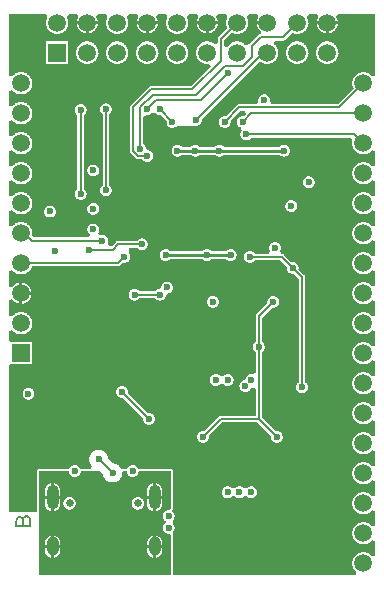
<source format=gbl>
G04*
G04 #@! TF.GenerationSoftware,Altium Limited,Altium Designer,20.0.11 (256)*
G04*
G04 Layer_Physical_Order=4*
G04 Layer_Color=16711680*
%FSLAX25Y25*%
%MOIN*%
G70*
G01*
G75*
%ADD10C,0.00600*%
%ADD58C,0.02559*%
%ADD83C,0.00810*%
%ADD84C,0.01000*%
%ADD87C,0.05906*%
%ADD88R,0.05906X0.05906*%
%ADD89O,0.03937X0.06299*%
%ADD90O,0.03937X0.08268*%
%ADD91R,0.05906X0.05906*%
%ADD92C,0.02362*%
G36*
X124016Y168571D02*
X123653Y168356D01*
X123016Y168243D01*
X122956Y168320D01*
X122735Y168562D01*
X122493Y168783D01*
X122233Y168983D01*
X121957Y169159D01*
X121666Y169310D01*
X121363Y169435D01*
X121051Y169534D01*
X120731Y169605D01*
X120406Y169648D01*
X120079Y169662D01*
X119751Y169648D01*
X119427Y169605D01*
X119106Y169534D01*
X118794Y169435D01*
X118491Y169310D01*
X118201Y169159D01*
X117924Y168983D01*
X117664Y168783D01*
X117423Y168562D01*
X117201Y168320D01*
X117002Y168060D01*
X116826Y167784D01*
X116674Y167493D01*
X116549Y167190D01*
X116450Y166878D01*
X116379Y166558D01*
X116337Y166233D01*
X116322Y165905D01*
X116337Y165578D01*
X116379Y165253D01*
X116450Y164933D01*
X116549Y164621D01*
X116674Y164318D01*
X116762Y164149D01*
X111516Y158903D01*
X89668D01*
X89644Y158916D01*
X89383Y159128D01*
X89106Y159517D01*
X88959Y159903D01*
X88972Y159978D01*
X88984Y160200D01*
X88972Y160422D01*
X88934Y160642D01*
X88873Y160855D01*
X88788Y161061D01*
X88680Y161256D01*
X88551Y161437D01*
X88403Y161603D01*
X88237Y161751D01*
X88056Y161880D01*
X87861Y161988D01*
X87655Y162073D01*
X87441Y162135D01*
X87222Y162172D01*
X87000Y162184D01*
X86778Y162172D01*
X86559Y162135D01*
X86345Y162073D01*
X86139Y161988D01*
X85944Y161880D01*
X85763Y161751D01*
X85597Y161603D01*
X85449Y161437D01*
X85320Y161256D01*
X85212Y161061D01*
X85127Y160855D01*
X85066Y160642D01*
X85028Y160422D01*
X85016Y160200D01*
X85028Y159978D01*
X85041Y159903D01*
X84894Y159517D01*
X84617Y159128D01*
X84356Y158916D01*
X84332Y158903D01*
X78600D01*
X78427Y158890D01*
X78259Y158849D01*
X78099Y158783D01*
X77951Y158693D01*
X77820Y158580D01*
X74184Y154944D01*
X74022Y154972D01*
X73800Y154984D01*
X73578Y154972D01*
X73359Y154935D01*
X73145Y154873D01*
X72939Y154788D01*
X72744Y154680D01*
X72563Y154551D01*
X72397Y154403D01*
X72249Y154237D01*
X72120Y154056D01*
X72012Y153861D01*
X71927Y153655D01*
X71865Y153442D01*
X71828Y153222D01*
X71816Y153000D01*
X71828Y152778D01*
X71865Y152559D01*
X71927Y152345D01*
X72012Y152139D01*
X72120Y151944D01*
X72249Y151763D01*
X72397Y151597D01*
X72563Y151449D01*
X72744Y151320D01*
X72939Y151212D01*
X73145Y151127D01*
X73359Y151066D01*
X73578Y151028D01*
X73800Y151016D01*
X74022Y151028D01*
X74242Y151066D01*
X74455Y151127D01*
X74661Y151212D01*
X74856Y151320D01*
X75037Y151449D01*
X75203Y151597D01*
X75351Y151763D01*
X75480Y151944D01*
X75588Y152139D01*
X75673Y152345D01*
X75735Y152559D01*
X75772Y152778D01*
X75784Y153000D01*
X75772Y153222D01*
X75744Y153384D01*
X79057Y156697D01*
X80522D01*
X80936Y155697D01*
X80184Y154944D01*
X80022Y154972D01*
X79800Y154984D01*
X79578Y154972D01*
X79359Y154935D01*
X79145Y154873D01*
X78939Y154788D01*
X78744Y154680D01*
X78563Y154551D01*
X78397Y154403D01*
X78249Y154237D01*
X78120Y154056D01*
X78012Y153861D01*
X77927Y153655D01*
X77865Y153442D01*
X77828Y153222D01*
X77816Y153000D01*
X77828Y152778D01*
X77865Y152559D01*
X77927Y152345D01*
X78012Y152139D01*
X78120Y151944D01*
X78249Y151763D01*
X78397Y151597D01*
X78563Y151449D01*
X78744Y151320D01*
X78939Y151212D01*
X79145Y151127D01*
X79157Y151124D01*
X79175Y151100D01*
X79406Y150609D01*
X79464Y150055D01*
X79449Y150037D01*
X79320Y149856D01*
X79212Y149661D01*
X79127Y149455D01*
X79066Y149241D01*
X79028Y149022D01*
X79016Y148800D01*
X79028Y148578D01*
X79066Y148359D01*
X79127Y148145D01*
X79212Y147939D01*
X79320Y147744D01*
X79449Y147563D01*
X79597Y147397D01*
X79763Y147249D01*
X79944Y147120D01*
X80139Y147012D01*
X80345Y146927D01*
X80559Y146865D01*
X80778Y146828D01*
X81000Y146816D01*
X81222Y146828D01*
X81441Y146865D01*
X81655Y146927D01*
X81861Y147012D01*
X82056Y147120D01*
X82237Y147249D01*
X82403Y147397D01*
X82551Y147563D01*
X82646Y147697D01*
X115676D01*
X115854Y147594D01*
X116109Y147288D01*
X116412Y146704D01*
X116379Y146558D01*
X116337Y146233D01*
X116322Y145905D01*
X116337Y145578D01*
X116379Y145253D01*
X116450Y144933D01*
X116549Y144621D01*
X116674Y144318D01*
X116826Y144027D01*
X117002Y143751D01*
X117201Y143491D01*
X117423Y143249D01*
X117664Y143028D01*
X117924Y142829D01*
X118201Y142652D01*
X118491Y142501D01*
X118794Y142376D01*
X119106Y142277D01*
X119427Y142206D01*
X119751Y142164D01*
X120079Y142149D01*
X120406Y142164D01*
X120731Y142206D01*
X121051Y142277D01*
X121363Y142376D01*
X121666Y142501D01*
X121957Y142652D01*
X122233Y142829D01*
X122493Y143028D01*
X122735Y143249D01*
X122956Y143491D01*
X123016Y143569D01*
X123653Y143455D01*
X124016Y143240D01*
Y138571D01*
X123653Y138356D01*
X123016Y138242D01*
X122956Y138320D01*
X122735Y138562D01*
X122493Y138783D01*
X122233Y138982D01*
X121957Y139159D01*
X121666Y139310D01*
X121363Y139435D01*
X121051Y139534D01*
X120731Y139605D01*
X120406Y139648D01*
X120079Y139662D01*
X119751Y139648D01*
X119427Y139605D01*
X119106Y139534D01*
X118794Y139435D01*
X118491Y139310D01*
X118201Y139159D01*
X117924Y138982D01*
X117664Y138783D01*
X117423Y138562D01*
X117201Y138320D01*
X117002Y138060D01*
X116826Y137784D01*
X116674Y137493D01*
X116549Y137190D01*
X116450Y136878D01*
X116379Y136558D01*
X116337Y136233D01*
X116322Y135906D01*
X116337Y135578D01*
X116379Y135253D01*
X116450Y134933D01*
X116549Y134621D01*
X116674Y134318D01*
X116826Y134027D01*
X117002Y133751D01*
X117201Y133491D01*
X117423Y133249D01*
X117664Y133028D01*
X117924Y132828D01*
X118201Y132652D01*
X118491Y132501D01*
X118794Y132376D01*
X119106Y132277D01*
X119427Y132206D01*
X119751Y132164D01*
X120079Y132149D01*
X120406Y132164D01*
X120731Y132206D01*
X121051Y132277D01*
X121363Y132376D01*
X121666Y132501D01*
X121957Y132652D01*
X122233Y132828D01*
X122493Y133028D01*
X122735Y133249D01*
X122956Y133491D01*
X123016Y133569D01*
X123653Y133455D01*
X124016Y133240D01*
Y128571D01*
X123653Y128356D01*
X123016Y128243D01*
X122956Y128320D01*
X122735Y128562D01*
X122493Y128783D01*
X122233Y128982D01*
X121957Y129159D01*
X121666Y129310D01*
X121363Y129435D01*
X121051Y129534D01*
X120731Y129605D01*
X120406Y129648D01*
X120079Y129662D01*
X119751Y129648D01*
X119427Y129605D01*
X119106Y129534D01*
X118794Y129435D01*
X118491Y129310D01*
X118201Y129159D01*
X117924Y128982D01*
X117664Y128783D01*
X117423Y128562D01*
X117201Y128320D01*
X117002Y128060D01*
X116826Y127784D01*
X116674Y127493D01*
X116549Y127190D01*
X116450Y126878D01*
X116379Y126558D01*
X116337Y126233D01*
X116322Y125906D01*
X116337Y125578D01*
X116379Y125253D01*
X116450Y124933D01*
X116549Y124621D01*
X116674Y124318D01*
X116826Y124027D01*
X117002Y123751D01*
X117201Y123491D01*
X117423Y123249D01*
X117664Y123028D01*
X117924Y122828D01*
X118201Y122652D01*
X118491Y122501D01*
X118794Y122376D01*
X119106Y122277D01*
X119427Y122206D01*
X119751Y122163D01*
X120079Y122149D01*
X120406Y122163D01*
X120731Y122206D01*
X121051Y122277D01*
X121363Y122376D01*
X121666Y122501D01*
X121957Y122652D01*
X122233Y122828D01*
X122493Y123028D01*
X122735Y123249D01*
X122956Y123491D01*
X123016Y123568D01*
X123653Y123455D01*
X124016Y123240D01*
Y118571D01*
X123653Y118356D01*
X123016Y118243D01*
X122956Y118320D01*
X122735Y118562D01*
X122493Y118783D01*
X122233Y118983D01*
X121957Y119159D01*
X121666Y119310D01*
X121363Y119435D01*
X121051Y119534D01*
X120731Y119605D01*
X120406Y119648D01*
X120079Y119662D01*
X119751Y119648D01*
X119427Y119605D01*
X119106Y119534D01*
X118794Y119435D01*
X118491Y119310D01*
X118201Y119159D01*
X117924Y118983D01*
X117664Y118783D01*
X117423Y118562D01*
X117201Y118320D01*
X117002Y118060D01*
X116826Y117784D01*
X116674Y117493D01*
X116549Y117190D01*
X116450Y116878D01*
X116379Y116558D01*
X116337Y116233D01*
X116322Y115905D01*
X116337Y115578D01*
X116379Y115253D01*
X116450Y114933D01*
X116549Y114621D01*
X116674Y114318D01*
X116826Y114027D01*
X117002Y113751D01*
X117201Y113491D01*
X117423Y113249D01*
X117664Y113028D01*
X117924Y112829D01*
X118201Y112652D01*
X118491Y112501D01*
X118794Y112376D01*
X119106Y112277D01*
X119427Y112206D01*
X119751Y112163D01*
X120079Y112149D01*
X120406Y112163D01*
X120731Y112206D01*
X121051Y112277D01*
X121363Y112376D01*
X121666Y112501D01*
X121957Y112652D01*
X122233Y112829D01*
X122493Y113028D01*
X122735Y113249D01*
X122956Y113491D01*
X123016Y113568D01*
X123653Y113455D01*
X124016Y113240D01*
Y108571D01*
X123653Y108356D01*
X123016Y108242D01*
X122956Y108320D01*
X122735Y108562D01*
X122493Y108783D01*
X122233Y108983D01*
X121957Y109159D01*
X121666Y109310D01*
X121363Y109435D01*
X121051Y109534D01*
X120731Y109605D01*
X120406Y109648D01*
X120079Y109662D01*
X119751Y109648D01*
X119427Y109605D01*
X119106Y109534D01*
X118794Y109435D01*
X118491Y109310D01*
X118201Y109159D01*
X117924Y108983D01*
X117664Y108783D01*
X117423Y108562D01*
X117201Y108320D01*
X117002Y108060D01*
X116826Y107784D01*
X116674Y107493D01*
X116549Y107190D01*
X116450Y106878D01*
X116379Y106558D01*
X116337Y106233D01*
X116322Y105905D01*
X116337Y105578D01*
X116379Y105253D01*
X116450Y104933D01*
X116549Y104621D01*
X116674Y104318D01*
X116826Y104027D01*
X117002Y103751D01*
X117201Y103491D01*
X117423Y103249D01*
X117664Y103028D01*
X117924Y102829D01*
X118201Y102652D01*
X118491Y102501D01*
X118794Y102376D01*
X119106Y102277D01*
X119427Y102206D01*
X119751Y102164D01*
X120079Y102149D01*
X120406Y102164D01*
X120731Y102206D01*
X121051Y102277D01*
X121363Y102376D01*
X121666Y102501D01*
X121957Y102652D01*
X122233Y102829D01*
X122493Y103028D01*
X122735Y103249D01*
X122956Y103491D01*
X123016Y103568D01*
X123653Y103455D01*
X124016Y103240D01*
Y98571D01*
X123653Y98356D01*
X123016Y98242D01*
X122956Y98320D01*
X122735Y98562D01*
X122493Y98783D01*
X122233Y98983D01*
X121957Y99159D01*
X121666Y99310D01*
X121363Y99435D01*
X121051Y99534D01*
X120731Y99605D01*
X120406Y99648D01*
X120079Y99662D01*
X119751Y99648D01*
X119427Y99605D01*
X119106Y99534D01*
X118794Y99435D01*
X118491Y99310D01*
X118201Y99159D01*
X117924Y98983D01*
X117664Y98783D01*
X117423Y98562D01*
X117201Y98320D01*
X117002Y98060D01*
X116826Y97784D01*
X116674Y97493D01*
X116549Y97190D01*
X116450Y96878D01*
X116379Y96558D01*
X116337Y96233D01*
X116322Y95906D01*
X116337Y95578D01*
X116379Y95253D01*
X116450Y94933D01*
X116549Y94621D01*
X116674Y94318D01*
X116826Y94027D01*
X117002Y93751D01*
X117201Y93491D01*
X117423Y93249D01*
X117664Y93028D01*
X117924Y92829D01*
X118201Y92652D01*
X118491Y92501D01*
X118794Y92376D01*
X119106Y92277D01*
X119427Y92206D01*
X119751Y92163D01*
X120079Y92149D01*
X120406Y92163D01*
X120731Y92206D01*
X121051Y92277D01*
X121363Y92376D01*
X121666Y92501D01*
X121957Y92652D01*
X122233Y92829D01*
X122493Y93028D01*
X122735Y93249D01*
X122956Y93491D01*
X123016Y93568D01*
X123653Y93455D01*
X124016Y93240D01*
Y88571D01*
X123653Y88356D01*
X123016Y88243D01*
X122956Y88320D01*
X122735Y88562D01*
X122493Y88783D01*
X122233Y88982D01*
X121957Y89159D01*
X121666Y89310D01*
X121363Y89435D01*
X121051Y89534D01*
X120731Y89605D01*
X120406Y89648D01*
X120079Y89662D01*
X119751Y89648D01*
X119427Y89605D01*
X119106Y89534D01*
X118794Y89435D01*
X118491Y89310D01*
X118201Y89159D01*
X117924Y88982D01*
X117664Y88783D01*
X117423Y88562D01*
X117201Y88320D01*
X117002Y88060D01*
X116826Y87784D01*
X116674Y87493D01*
X116549Y87190D01*
X116450Y86878D01*
X116379Y86558D01*
X116337Y86233D01*
X116322Y85905D01*
X116337Y85578D01*
X116379Y85253D01*
X116450Y84933D01*
X116549Y84621D01*
X116674Y84318D01*
X116826Y84027D01*
X117002Y83751D01*
X117201Y83491D01*
X117423Y83249D01*
X117664Y83028D01*
X117924Y82828D01*
X118201Y82652D01*
X118491Y82501D01*
X118794Y82376D01*
X119106Y82277D01*
X119427Y82206D01*
X119751Y82164D01*
X120079Y82149D01*
X120406Y82164D01*
X120731Y82206D01*
X121051Y82277D01*
X121363Y82376D01*
X121666Y82501D01*
X121957Y82652D01*
X122233Y82828D01*
X122493Y83028D01*
X122735Y83249D01*
X122956Y83491D01*
X123016Y83569D01*
X123653Y83455D01*
X124016Y83240D01*
Y78571D01*
X123653Y78356D01*
X123016Y78242D01*
X122956Y78320D01*
X122735Y78562D01*
X122493Y78783D01*
X122233Y78983D01*
X121957Y79159D01*
X121666Y79310D01*
X121363Y79435D01*
X121051Y79534D01*
X120731Y79605D01*
X120406Y79648D01*
X120079Y79662D01*
X119751Y79648D01*
X119427Y79605D01*
X119106Y79534D01*
X118794Y79435D01*
X118491Y79310D01*
X118201Y79159D01*
X117924Y78983D01*
X117664Y78783D01*
X117423Y78562D01*
X117201Y78320D01*
X117002Y78060D01*
X116826Y77784D01*
X116674Y77493D01*
X116549Y77190D01*
X116450Y76878D01*
X116379Y76558D01*
X116337Y76233D01*
X116322Y75906D01*
X116337Y75578D01*
X116379Y75253D01*
X116450Y74933D01*
X116549Y74621D01*
X116674Y74318D01*
X116826Y74027D01*
X117002Y73751D01*
X117201Y73491D01*
X117423Y73249D01*
X117664Y73028D01*
X117924Y72829D01*
X118201Y72652D01*
X118491Y72501D01*
X118794Y72376D01*
X119106Y72277D01*
X119427Y72206D01*
X119751Y72163D01*
X120079Y72149D01*
X120406Y72163D01*
X120731Y72206D01*
X121051Y72277D01*
X121363Y72376D01*
X121666Y72501D01*
X121957Y72652D01*
X122233Y72829D01*
X122493Y73028D01*
X122735Y73249D01*
X122956Y73491D01*
X123016Y73568D01*
X123653Y73455D01*
X124016Y73240D01*
Y68571D01*
X123653Y68356D01*
X123016Y68243D01*
X122956Y68320D01*
X122735Y68562D01*
X122493Y68783D01*
X122233Y68982D01*
X121957Y69159D01*
X121666Y69310D01*
X121363Y69435D01*
X121051Y69534D01*
X120731Y69605D01*
X120406Y69648D01*
X120079Y69662D01*
X119751Y69648D01*
X119427Y69605D01*
X119106Y69534D01*
X118794Y69435D01*
X118491Y69310D01*
X118201Y69159D01*
X117924Y68982D01*
X117664Y68783D01*
X117423Y68562D01*
X117201Y68320D01*
X117002Y68060D01*
X116826Y67784D01*
X116674Y67493D01*
X116549Y67190D01*
X116450Y66878D01*
X116379Y66558D01*
X116337Y66233D01*
X116322Y65905D01*
X116337Y65578D01*
X116379Y65253D01*
X116450Y64933D01*
X116549Y64621D01*
X116674Y64318D01*
X116826Y64027D01*
X117002Y63751D01*
X117201Y63491D01*
X117423Y63249D01*
X117664Y63028D01*
X117924Y62828D01*
X118201Y62652D01*
X118491Y62501D01*
X118794Y62376D01*
X119106Y62277D01*
X119427Y62206D01*
X119751Y62164D01*
X120079Y62149D01*
X120406Y62164D01*
X120731Y62206D01*
X121051Y62277D01*
X121363Y62376D01*
X121666Y62501D01*
X121957Y62652D01*
X122233Y62828D01*
X122493Y63028D01*
X122735Y63249D01*
X122956Y63491D01*
X123016Y63569D01*
X123653Y63455D01*
X124016Y63240D01*
Y58571D01*
X123653Y58356D01*
X123016Y58242D01*
X122956Y58320D01*
X122735Y58562D01*
X122493Y58783D01*
X122233Y58982D01*
X121957Y59159D01*
X121666Y59310D01*
X121363Y59435D01*
X121051Y59534D01*
X120731Y59605D01*
X120406Y59648D01*
X120079Y59662D01*
X119751Y59648D01*
X119427Y59605D01*
X119106Y59534D01*
X118794Y59435D01*
X118491Y59310D01*
X118201Y59159D01*
X117924Y58982D01*
X117664Y58783D01*
X117423Y58562D01*
X117201Y58320D01*
X117002Y58060D01*
X116826Y57784D01*
X116674Y57493D01*
X116549Y57190D01*
X116450Y56878D01*
X116379Y56558D01*
X116337Y56233D01*
X116322Y55905D01*
X116337Y55578D01*
X116379Y55253D01*
X116450Y54933D01*
X116549Y54621D01*
X116674Y54318D01*
X116826Y54027D01*
X117002Y53751D01*
X117201Y53491D01*
X117423Y53249D01*
X117664Y53028D01*
X117924Y52829D01*
X118201Y52652D01*
X118491Y52501D01*
X118794Y52376D01*
X119106Y52277D01*
X119427Y52206D01*
X119751Y52163D01*
X120079Y52149D01*
X120406Y52163D01*
X120731Y52206D01*
X121051Y52277D01*
X121363Y52376D01*
X121666Y52501D01*
X121957Y52652D01*
X122233Y52829D01*
X122493Y53028D01*
X122735Y53249D01*
X122956Y53491D01*
X123016Y53569D01*
X123653Y53455D01*
X124016Y53240D01*
Y48571D01*
X123653Y48356D01*
X123016Y48243D01*
X122956Y48320D01*
X122735Y48562D01*
X122493Y48783D01*
X122233Y48983D01*
X121957Y49159D01*
X121666Y49310D01*
X121363Y49435D01*
X121051Y49534D01*
X120731Y49605D01*
X120406Y49648D01*
X120079Y49662D01*
X119751Y49648D01*
X119427Y49605D01*
X119106Y49534D01*
X118794Y49435D01*
X118491Y49310D01*
X118201Y49159D01*
X117924Y48983D01*
X117664Y48783D01*
X117423Y48562D01*
X117201Y48320D01*
X117002Y48060D01*
X116826Y47784D01*
X116674Y47493D01*
X116549Y47190D01*
X116450Y46878D01*
X116379Y46558D01*
X116337Y46233D01*
X116322Y45906D01*
X116337Y45578D01*
X116379Y45253D01*
X116450Y44933D01*
X116549Y44621D01*
X116674Y44318D01*
X116826Y44027D01*
X117002Y43751D01*
X117201Y43491D01*
X117423Y43249D01*
X117664Y43028D01*
X117924Y42829D01*
X118201Y42652D01*
X118491Y42501D01*
X118794Y42376D01*
X119106Y42277D01*
X119427Y42206D01*
X119751Y42164D01*
X120079Y42149D01*
X120406Y42164D01*
X120731Y42206D01*
X121051Y42277D01*
X121363Y42376D01*
X121666Y42501D01*
X121957Y42652D01*
X122233Y42829D01*
X122493Y43028D01*
X122735Y43249D01*
X122956Y43491D01*
X123016Y43569D01*
X123653Y43455D01*
X124016Y43240D01*
Y38571D01*
X123653Y38356D01*
X123016Y38243D01*
X122956Y38320D01*
X122735Y38562D01*
X122493Y38783D01*
X122233Y38982D01*
X121957Y39159D01*
X121666Y39310D01*
X121363Y39435D01*
X121051Y39534D01*
X120731Y39605D01*
X120406Y39648D01*
X120079Y39662D01*
X119751Y39648D01*
X119427Y39605D01*
X119106Y39534D01*
X118794Y39435D01*
X118491Y39310D01*
X118201Y39159D01*
X117924Y38982D01*
X117664Y38783D01*
X117423Y38562D01*
X117201Y38320D01*
X117002Y38060D01*
X116826Y37784D01*
X116674Y37493D01*
X116549Y37190D01*
X116450Y36878D01*
X116379Y36558D01*
X116337Y36233D01*
X116322Y35906D01*
X116337Y35578D01*
X116379Y35253D01*
X116450Y34933D01*
X116549Y34621D01*
X116674Y34318D01*
X116826Y34027D01*
X117002Y33751D01*
X117201Y33491D01*
X117423Y33249D01*
X117664Y33028D01*
X117924Y32829D01*
X118201Y32652D01*
X118491Y32501D01*
X118794Y32376D01*
X119106Y32277D01*
X119427Y32206D01*
X119751Y32164D01*
X120079Y32149D01*
X120406Y32164D01*
X120731Y32206D01*
X121051Y32277D01*
X121363Y32376D01*
X121666Y32501D01*
X121957Y32652D01*
X122233Y32829D01*
X122493Y33028D01*
X122735Y33249D01*
X122956Y33491D01*
X123016Y33569D01*
X123653Y33455D01*
X124016Y33240D01*
Y28571D01*
X123653Y28356D01*
X123016Y28242D01*
X122956Y28320D01*
X122735Y28562D01*
X122493Y28783D01*
X122233Y28982D01*
X121957Y29159D01*
X121666Y29310D01*
X121363Y29435D01*
X121051Y29534D01*
X120731Y29605D01*
X120406Y29648D01*
X120079Y29662D01*
X119751Y29648D01*
X119427Y29605D01*
X119106Y29534D01*
X118794Y29435D01*
X118491Y29310D01*
X118201Y29159D01*
X117924Y28982D01*
X117664Y28783D01*
X117423Y28562D01*
X117201Y28320D01*
X117002Y28060D01*
X116826Y27784D01*
X116674Y27493D01*
X116549Y27190D01*
X116450Y26878D01*
X116379Y26558D01*
X116337Y26233D01*
X116322Y25905D01*
X116337Y25578D01*
X116379Y25253D01*
X116450Y24933D01*
X116549Y24621D01*
X116674Y24318D01*
X116826Y24027D01*
X117002Y23751D01*
X117201Y23491D01*
X117423Y23249D01*
X117664Y23028D01*
X117924Y22828D01*
X118201Y22652D01*
X118491Y22501D01*
X118794Y22376D01*
X119106Y22277D01*
X119427Y22206D01*
X119751Y22163D01*
X120079Y22149D01*
X120406Y22163D01*
X120731Y22206D01*
X121051Y22277D01*
X121363Y22376D01*
X121666Y22501D01*
X121957Y22652D01*
X122233Y22828D01*
X122493Y23028D01*
X122735Y23249D01*
X122956Y23491D01*
X123016Y23569D01*
X123653Y23455D01*
X124016Y23240D01*
Y18571D01*
X123653Y18356D01*
X123016Y18243D01*
X122956Y18320D01*
X122735Y18562D01*
X122493Y18783D01*
X122233Y18982D01*
X121957Y19159D01*
X121666Y19310D01*
X121363Y19435D01*
X121051Y19534D01*
X120731Y19605D01*
X120406Y19648D01*
X120079Y19662D01*
X119751Y19648D01*
X119427Y19605D01*
X119106Y19534D01*
X118794Y19435D01*
X118491Y19310D01*
X118201Y19159D01*
X117924Y18982D01*
X117664Y18783D01*
X117423Y18562D01*
X117201Y18320D01*
X117002Y18060D01*
X116826Y17784D01*
X116674Y17493D01*
X116549Y17190D01*
X116450Y16878D01*
X116379Y16558D01*
X116337Y16233D01*
X116322Y15905D01*
X116337Y15578D01*
X116379Y15253D01*
X116450Y14933D01*
X116549Y14621D01*
X116674Y14318D01*
X116826Y14027D01*
X117002Y13751D01*
X117201Y13491D01*
X117423Y13249D01*
X117664Y13028D01*
X117924Y12829D01*
X118201Y12652D01*
X118491Y12501D01*
X118794Y12376D01*
X119106Y12277D01*
X119427Y12206D01*
X119751Y12163D01*
X120079Y12149D01*
X120406Y12163D01*
X120731Y12206D01*
X121051Y12277D01*
X121363Y12376D01*
X121666Y12501D01*
X121957Y12652D01*
X122233Y12829D01*
X122493Y13028D01*
X122735Y13249D01*
X122956Y13491D01*
X123016Y13568D01*
X123653Y13455D01*
X124016Y13240D01*
Y8571D01*
X123653Y8356D01*
X123016Y8242D01*
X122956Y8320D01*
X122735Y8562D01*
X122493Y8783D01*
X122233Y8982D01*
X121957Y9159D01*
X121666Y9310D01*
X121363Y9435D01*
X121051Y9534D01*
X120731Y9605D01*
X120406Y9647D01*
X120079Y9662D01*
X119751Y9647D01*
X119427Y9605D01*
X119106Y9534D01*
X118794Y9435D01*
X118491Y9310D01*
X118201Y9159D01*
X117924Y8982D01*
X117664Y8783D01*
X117423Y8562D01*
X117201Y8320D01*
X117002Y8060D01*
X116826Y7784D01*
X116674Y7493D01*
X116549Y7190D01*
X116450Y6878D01*
X116379Y6558D01*
X116337Y6233D01*
X116322Y5906D01*
X116337Y5578D01*
X116379Y5253D01*
X116450Y4933D01*
X116549Y4621D01*
X116674Y4318D01*
X116826Y4027D01*
X117002Y3751D01*
X117201Y3491D01*
X117423Y3249D01*
X117664Y3028D01*
X117742Y2968D01*
X117629Y2331D01*
X117413Y1969D01*
X56604D01*
Y15331D01*
X56600Y15370D01*
X56600Y15409D01*
X56592Y15448D01*
X56588Y15488D01*
X56577Y15525D01*
X56570Y15563D01*
X56554Y15600D01*
X56543Y15639D01*
X56524Y15673D01*
X56509Y15709D01*
X56458Y15805D01*
X56452Y15815D01*
X56447Y15825D01*
X56408Y15880D01*
X56371Y15937D01*
X56521Y16314D01*
X56669Y16479D01*
X56669Y16479D01*
X56798Y16661D01*
X56906Y16856D01*
X56991Y17061D01*
X57053Y17275D01*
X57090Y17494D01*
X57102Y17717D01*
X57090Y17939D01*
X57053Y18158D01*
X56991Y18372D01*
X56906Y18577D01*
X56798Y18772D01*
X56669Y18954D01*
X56579Y19055D01*
X56503Y19227D01*
X56471Y19414D01*
Y19956D01*
X56503Y20143D01*
X56579Y20315D01*
X56669Y20416D01*
X56798Y20598D01*
X56906Y20793D01*
X56991Y20998D01*
X57053Y21212D01*
X57090Y21431D01*
X57102Y21654D01*
X57090Y21876D01*
X57053Y22095D01*
X56991Y22309D01*
X56906Y22514D01*
X56798Y22709D01*
X56669Y22891D01*
X56669Y22891D01*
X56521Y23057D01*
X56371Y23433D01*
X56408Y23490D01*
X56447Y23545D01*
X56452Y23555D01*
X56458Y23565D01*
X56509Y23661D01*
X56524Y23697D01*
X56543Y23731D01*
X56554Y23770D01*
X56570Y23807D01*
X56577Y23845D01*
X56588Y23882D01*
X56592Y23922D01*
X56600Y23961D01*
X56600Y24000D01*
X56604Y24039D01*
Y36600D01*
X56588Y36757D01*
X56543Y36908D01*
X56468Y37047D01*
X56368Y37168D01*
X56247Y37268D01*
X56108Y37343D01*
X55957Y37388D01*
X55800Y37404D01*
X45094D01*
X45038Y37398D01*
X44982Y37396D01*
X44960Y37391D01*
X44938Y37388D01*
X44929Y37386D01*
X44898Y37461D01*
X44790Y37656D01*
X44662Y37837D01*
X44513Y38003D01*
X44347Y38151D01*
X44166Y38280D01*
X43971Y38388D01*
X43766Y38473D01*
X43552Y38535D01*
X43332Y38572D01*
X43110Y38584D01*
X42888Y38572D01*
X42669Y38535D01*
X42455Y38473D01*
X42249Y38388D01*
X42055Y38280D01*
X41873Y38151D01*
X41707Y38003D01*
X41559Y37837D01*
X41430Y37656D01*
X41322Y37461D01*
X41291Y37386D01*
X41283Y37388D01*
X41260Y37391D01*
X41238Y37396D01*
X41182Y37398D01*
X41126Y37404D01*
X39962D01*
X39900Y37398D01*
X39837Y37394D01*
X39821Y37390D01*
X39805Y37388D01*
X39745Y37370D01*
X39685Y37355D01*
X39397Y37447D01*
X38908Y37987D01*
X38879Y38021D01*
X38669Y38252D01*
X38438Y38462D01*
X38187Y38648D01*
X37919Y38809D01*
X37636Y38943D01*
X37342Y39048D01*
X37039Y39124D01*
X36729Y39170D01*
X36650Y39173D01*
X34973Y40850D01*
X34970Y40929D01*
X34924Y41239D01*
X34848Y41542D01*
X34743Y41836D01*
X34609Y42119D01*
X34448Y42387D01*
X34262Y42638D01*
X34052Y42869D01*
X33821Y43079D01*
X33569Y43266D01*
X33301Y43426D01*
X33019Y43560D01*
X32724Y43665D01*
X32421Y43741D01*
X32112Y43787D01*
X31800Y43802D01*
X31488Y43787D01*
X31179Y43741D01*
X30876Y43665D01*
X30581Y43560D01*
X30299Y43426D01*
X30031Y43266D01*
X29779Y43079D01*
X29548Y42869D01*
X29338Y42638D01*
X29152Y42387D01*
X28991Y42119D01*
X28857Y41836D01*
X28752Y41542D01*
X28676Y41239D01*
X28630Y40929D01*
X28615Y40617D01*
X28630Y40305D01*
X28676Y39996D01*
X28752Y39693D01*
X28857Y39399D01*
X28991Y39116D01*
X29152Y38848D01*
X29338Y38597D01*
X29513Y38404D01*
X29498Y38250D01*
X29137Y37404D01*
X25803D01*
X25747Y37398D01*
X25691Y37396D01*
X25669Y37391D01*
X25646Y37388D01*
X25638Y37386D01*
X25607Y37461D01*
X25499Y37656D01*
X25370Y37837D01*
X25222Y38003D01*
X25056Y38151D01*
X24875Y38280D01*
X24680Y38388D01*
X24474Y38473D01*
X24260Y38535D01*
X24041Y38572D01*
X23819Y38584D01*
X23597Y38572D01*
X23377Y38535D01*
X23164Y38473D01*
X22958Y38388D01*
X22763Y38280D01*
X22582Y38151D01*
X22416Y38003D01*
X22268Y37837D01*
X22139Y37656D01*
X22031Y37461D01*
X22000Y37386D01*
X21992Y37388D01*
X21969Y37391D01*
X21947Y37396D01*
X21891Y37398D01*
X21835Y37404D01*
X12000D01*
X11843Y37388D01*
X11692Y37343D01*
X11553Y37268D01*
X11432Y37168D01*
X11332Y37047D01*
X11257Y36908D01*
X11212Y36757D01*
X11196Y36600D01*
Y22800D01*
X1969D01*
Y71229D01*
X2153Y72153D01*
X2968Y72153D01*
X9658D01*
Y79658D01*
X2968D01*
X2153Y79658D01*
X1969Y80582D01*
Y83240D01*
X2331Y83455D01*
X2968Y83569D01*
X3028Y83491D01*
X3249Y83249D01*
X3491Y83028D01*
X3751Y82828D01*
X4027Y82652D01*
X4318Y82501D01*
X4621Y82376D01*
X4933Y82277D01*
X5253Y82206D01*
X5578Y82164D01*
X5906Y82149D01*
X6233Y82164D01*
X6558Y82206D01*
X6878Y82277D01*
X7190Y82376D01*
X7493Y82501D01*
X7784Y82652D01*
X8060Y82828D01*
X8320Y83028D01*
X8562Y83249D01*
X8783Y83491D01*
X8982Y83751D01*
X9159Y84027D01*
X9310Y84318D01*
X9435Y84621D01*
X9534Y84933D01*
X9605Y85253D01*
X9647Y85578D01*
X9662Y85905D01*
X9647Y86233D01*
X9605Y86558D01*
X9534Y86878D01*
X9435Y87190D01*
X9310Y87493D01*
X9159Y87784D01*
X8982Y88060D01*
X8783Y88320D01*
X8562Y88562D01*
X8320Y88783D01*
X8060Y88982D01*
X7784Y89159D01*
X7493Y89310D01*
X7190Y89435D01*
X6878Y89534D01*
X6558Y89605D01*
X6233Y89648D01*
X5906Y89662D01*
X5578Y89648D01*
X5253Y89605D01*
X4933Y89534D01*
X4621Y89435D01*
X4318Y89310D01*
X4027Y89159D01*
X3751Y88982D01*
X3491Y88783D01*
X3249Y88562D01*
X3028Y88320D01*
X2968Y88243D01*
X2331Y88356D01*
X1969Y88571D01*
Y93641D01*
X2053Y93689D01*
X2968Y93903D01*
X2992Y93866D01*
X3181Y93620D01*
X3391Y93391D01*
X3620Y93181D01*
X3866Y92993D01*
X4127Y92826D01*
X4403Y92683D01*
X4689Y92564D01*
X4985Y92471D01*
X5288Y92403D01*
X5406Y92388D01*
Y95906D01*
Y99423D01*
X5288Y99408D01*
X4985Y99340D01*
X4689Y99247D01*
X4403Y99129D01*
X4127Y98985D01*
X3866Y98818D01*
X3620Y98630D01*
X3391Y98420D01*
X3181Y98191D01*
X2992Y97945D01*
X2968Y97908D01*
X2053Y98122D01*
X1969Y98170D01*
Y103240D01*
X2331Y103455D01*
X2968Y103568D01*
X3028Y103491D01*
X3249Y103249D01*
X3491Y103028D01*
X3751Y102829D01*
X4027Y102652D01*
X4318Y102501D01*
X4621Y102376D01*
X4933Y102277D01*
X5253Y102206D01*
X5578Y102164D01*
X5906Y102149D01*
X6233Y102164D01*
X6558Y102206D01*
X6878Y102277D01*
X7190Y102376D01*
X7493Y102501D01*
X7784Y102652D01*
X8060Y102829D01*
X8320Y103028D01*
X8562Y103249D01*
X8783Y103491D01*
X8982Y103751D01*
X9159Y104027D01*
X9310Y104318D01*
X9435Y104621D01*
X9493Y104802D01*
X38260D01*
X38432Y104816D01*
X38601Y104856D01*
X38761Y104922D01*
X38908Y105013D01*
X39040Y105125D01*
X39970Y106056D01*
X40132Y106028D01*
X40354Y106016D01*
X40576Y106028D01*
X40796Y106065D01*
X41010Y106127D01*
X41215Y106212D01*
X41410Y106320D01*
X41592Y106449D01*
X41757Y106597D01*
X41906Y106763D01*
X42034Y106944D01*
X42142Y107139D01*
X42227Y107345D01*
X42289Y107559D01*
X42326Y107778D01*
X42338Y108000D01*
X42326Y108222D01*
X42289Y108441D01*
X42227Y108655D01*
X42142Y108861D01*
X42034Y109056D01*
X42000Y109104D01*
Y111097D01*
X44554D01*
X44649Y110963D01*
X44797Y110797D01*
X44963Y110649D01*
X45144Y110520D01*
X45339Y110412D01*
X45545Y110327D01*
X45759Y110266D01*
X45978Y110228D01*
X46200Y110216D01*
X46422Y110228D01*
X46641Y110266D01*
X46855Y110327D01*
X47061Y110412D01*
X47256Y110520D01*
X47437Y110649D01*
X47603Y110797D01*
X47751Y110963D01*
X47880Y111144D01*
X47988Y111339D01*
X48073Y111545D01*
X48134Y111758D01*
X48172Y111978D01*
X48184Y112200D01*
X48172Y112422D01*
X48134Y112642D01*
X48073Y112855D01*
X47988Y113061D01*
X47880Y113256D01*
X47751Y113437D01*
X47603Y113603D01*
X47437Y113751D01*
X47256Y113880D01*
X47061Y113988D01*
X46855Y114073D01*
X46641Y114135D01*
X46422Y114172D01*
X46200Y114184D01*
X45978Y114172D01*
X45759Y114135D01*
X45545Y114073D01*
X45339Y113988D01*
X45144Y113880D01*
X44963Y113751D01*
X44797Y113603D01*
X44649Y113437D01*
X44554Y113303D01*
X38242D01*
X38069Y113290D01*
X37901Y113249D01*
X37741Y113183D01*
X37593Y113093D01*
X37462Y112980D01*
X36097Y111615D01*
X35271Y111715D01*
X34823Y112625D01*
X34873Y112745D01*
X34934Y112959D01*
X34972Y113178D01*
X34984Y113400D01*
X34972Y113622D01*
X34934Y113841D01*
X34873Y114055D01*
X34788Y114261D01*
X34680Y114456D01*
X34551Y114637D01*
X34403Y114803D01*
X34237Y114951D01*
X34056Y115080D01*
X33861Y115188D01*
X33655Y115273D01*
X33441Y115334D01*
X33222Y115372D01*
X33000Y115384D01*
X32778Y115372D01*
X32559Y115334D01*
X32345Y115273D01*
X32309Y115258D01*
X31940Y115566D01*
X31677Y116065D01*
X31680Y116070D01*
X31788Y116265D01*
X31873Y116471D01*
X31934Y116684D01*
X31972Y116904D01*
X31984Y117126D01*
X31972Y117348D01*
X31934Y117568D01*
X31873Y117781D01*
X31788Y117987D01*
X31680Y118182D01*
X31551Y118363D01*
X31403Y118529D01*
X31237Y118677D01*
X31056Y118806D01*
X30861Y118914D01*
X30655Y118999D01*
X30441Y119061D01*
X30222Y119098D01*
X30000Y119110D01*
X29778Y119098D01*
X29559Y119061D01*
X29345Y118999D01*
X29139Y118914D01*
X28944Y118806D01*
X28763Y118677D01*
X28597Y118529D01*
X28449Y118363D01*
X28320Y118182D01*
X28212Y117987D01*
X28127Y117781D01*
X28065Y117568D01*
X28028Y117348D01*
X28016Y117126D01*
X28028Y116904D01*
X28065Y116684D01*
X28127Y116471D01*
X28212Y116265D01*
X28320Y116070D01*
X28449Y115889D01*
X28597Y115723D01*
X28763Y115575D01*
X28863Y115503D01*
X28870Y115384D01*
X28269Y114503D01*
X10354D01*
X9925Y114933D01*
X9618Y115353D01*
X9647Y115578D01*
X9662Y115905D01*
X9647Y116233D01*
X9605Y116558D01*
X9534Y116878D01*
X9435Y117190D01*
X9310Y117493D01*
X9159Y117784D01*
X8982Y118060D01*
X8783Y118320D01*
X8562Y118562D01*
X8320Y118783D01*
X8060Y118983D01*
X7784Y119159D01*
X7493Y119310D01*
X7190Y119435D01*
X6878Y119534D01*
X6558Y119605D01*
X6233Y119648D01*
X5906Y119662D01*
X5578Y119648D01*
X5253Y119605D01*
X4933Y119534D01*
X4621Y119435D01*
X4318Y119310D01*
X4027Y119159D01*
X3751Y118983D01*
X3491Y118783D01*
X3249Y118562D01*
X3028Y118320D01*
X2968Y118243D01*
X2331Y118356D01*
X1969Y118571D01*
Y123240D01*
X2331Y123455D01*
X2968Y123568D01*
X3028Y123491D01*
X3249Y123249D01*
X3491Y123028D01*
X3751Y122828D01*
X4027Y122652D01*
X4318Y122501D01*
X4621Y122376D01*
X4933Y122277D01*
X5253Y122206D01*
X5578Y122163D01*
X5906Y122149D01*
X6233Y122163D01*
X6558Y122206D01*
X6878Y122277D01*
X7190Y122376D01*
X7493Y122501D01*
X7784Y122652D01*
X8060Y122828D01*
X8320Y123028D01*
X8562Y123249D01*
X8783Y123491D01*
X8982Y123751D01*
X9159Y124027D01*
X9310Y124318D01*
X9435Y124621D01*
X9534Y124933D01*
X9605Y125253D01*
X9647Y125578D01*
X9662Y125906D01*
X9647Y126233D01*
X9605Y126558D01*
X9534Y126878D01*
X9435Y127190D01*
X9310Y127493D01*
X9159Y127784D01*
X8982Y128060D01*
X8783Y128320D01*
X8562Y128562D01*
X8320Y128783D01*
X8060Y128982D01*
X7784Y129159D01*
X7493Y129310D01*
X7190Y129435D01*
X6878Y129534D01*
X6558Y129605D01*
X6233Y129648D01*
X5906Y129662D01*
X5578Y129648D01*
X5253Y129605D01*
X4933Y129534D01*
X4621Y129435D01*
X4318Y129310D01*
X4027Y129159D01*
X3751Y128982D01*
X3491Y128783D01*
X3249Y128562D01*
X3028Y128320D01*
X2968Y128243D01*
X2331Y128356D01*
X1969Y128571D01*
Y133240D01*
X2331Y133455D01*
X2968Y133569D01*
X3028Y133491D01*
X3249Y133249D01*
X3491Y133028D01*
X3751Y132828D01*
X4027Y132652D01*
X4318Y132501D01*
X4621Y132376D01*
X4933Y132277D01*
X5253Y132206D01*
X5578Y132164D01*
X5906Y132149D01*
X6233Y132164D01*
X6558Y132206D01*
X6878Y132277D01*
X7190Y132376D01*
X7493Y132501D01*
X7784Y132652D01*
X8060Y132828D01*
X8320Y133028D01*
X8562Y133249D01*
X8783Y133491D01*
X8982Y133751D01*
X9159Y134027D01*
X9310Y134318D01*
X9435Y134621D01*
X9534Y134933D01*
X9605Y135253D01*
X9647Y135578D01*
X9662Y135906D01*
X9647Y136233D01*
X9605Y136558D01*
X9534Y136878D01*
X9435Y137190D01*
X9310Y137493D01*
X9159Y137784D01*
X8982Y138060D01*
X8783Y138320D01*
X8562Y138562D01*
X8320Y138783D01*
X8060Y138982D01*
X7784Y139159D01*
X7493Y139310D01*
X7190Y139435D01*
X6878Y139534D01*
X6558Y139605D01*
X6233Y139648D01*
X5906Y139662D01*
X5578Y139648D01*
X5253Y139605D01*
X4933Y139534D01*
X4621Y139435D01*
X4318Y139310D01*
X4027Y139159D01*
X3751Y138982D01*
X3491Y138783D01*
X3249Y138562D01*
X3028Y138320D01*
X2968Y138242D01*
X2331Y138356D01*
X1969Y138571D01*
Y143240D01*
X2331Y143455D01*
X2968Y143569D01*
X3028Y143491D01*
X3249Y143249D01*
X3491Y143028D01*
X3751Y142829D01*
X4027Y142652D01*
X4318Y142501D01*
X4621Y142376D01*
X4933Y142277D01*
X5253Y142206D01*
X5578Y142164D01*
X5906Y142149D01*
X6233Y142164D01*
X6558Y142206D01*
X6878Y142277D01*
X7190Y142376D01*
X7493Y142501D01*
X7784Y142652D01*
X8060Y142829D01*
X8320Y143028D01*
X8562Y143249D01*
X8783Y143491D01*
X8982Y143751D01*
X9159Y144027D01*
X9310Y144318D01*
X9435Y144621D01*
X9534Y144933D01*
X9605Y145253D01*
X9647Y145578D01*
X9662Y145905D01*
X9647Y146233D01*
X9605Y146558D01*
X9534Y146878D01*
X9435Y147190D01*
X9310Y147493D01*
X9159Y147784D01*
X8982Y148060D01*
X8783Y148320D01*
X8562Y148562D01*
X8320Y148783D01*
X8060Y148983D01*
X7784Y149159D01*
X7493Y149310D01*
X7190Y149435D01*
X6878Y149534D01*
X6558Y149605D01*
X6233Y149648D01*
X5906Y149662D01*
X5578Y149648D01*
X5253Y149605D01*
X4933Y149534D01*
X4621Y149435D01*
X4318Y149310D01*
X4027Y149159D01*
X3751Y148983D01*
X3491Y148783D01*
X3249Y148562D01*
X3028Y148320D01*
X2968Y148242D01*
X2331Y148356D01*
X1969Y148571D01*
Y153240D01*
X2331Y153455D01*
X2968Y153568D01*
X3028Y153491D01*
X3249Y153249D01*
X3491Y153028D01*
X3751Y152829D01*
X4027Y152652D01*
X4318Y152501D01*
X4621Y152376D01*
X4933Y152277D01*
X5253Y152206D01*
X5578Y152164D01*
X5906Y152149D01*
X6233Y152164D01*
X6558Y152206D01*
X6878Y152277D01*
X7190Y152376D01*
X7493Y152501D01*
X7784Y152652D01*
X8060Y152829D01*
X8320Y153028D01*
X8562Y153249D01*
X8783Y153491D01*
X8982Y153751D01*
X9159Y154027D01*
X9310Y154318D01*
X9435Y154621D01*
X9534Y154933D01*
X9605Y155253D01*
X9647Y155578D01*
X9662Y155905D01*
X9647Y156233D01*
X9605Y156558D01*
X9534Y156878D01*
X9435Y157190D01*
X9310Y157493D01*
X9159Y157784D01*
X8982Y158060D01*
X8783Y158320D01*
X8562Y158562D01*
X8320Y158783D01*
X8060Y158983D01*
X7784Y159159D01*
X7493Y159310D01*
X7190Y159435D01*
X6878Y159534D01*
X6558Y159605D01*
X6233Y159648D01*
X5906Y159662D01*
X5578Y159648D01*
X5253Y159605D01*
X4933Y159534D01*
X4621Y159435D01*
X4318Y159310D01*
X4027Y159159D01*
X3751Y158983D01*
X3491Y158783D01*
X3249Y158562D01*
X3028Y158320D01*
X2968Y158242D01*
X2331Y158356D01*
X1969Y158571D01*
Y163240D01*
X2331Y163455D01*
X2968Y163568D01*
X3028Y163491D01*
X3249Y163249D01*
X3491Y163028D01*
X3751Y162829D01*
X4027Y162652D01*
X4318Y162501D01*
X4621Y162376D01*
X4933Y162277D01*
X5253Y162206D01*
X5578Y162163D01*
X5906Y162149D01*
X6233Y162163D01*
X6558Y162206D01*
X6878Y162277D01*
X7190Y162376D01*
X7493Y162501D01*
X7784Y162652D01*
X8060Y162829D01*
X8320Y163028D01*
X8562Y163249D01*
X8783Y163491D01*
X8982Y163751D01*
X9159Y164027D01*
X9310Y164318D01*
X9435Y164621D01*
X9534Y164933D01*
X9605Y165253D01*
X9647Y165578D01*
X9662Y165905D01*
X9647Y166233D01*
X9605Y166558D01*
X9534Y166878D01*
X9435Y167190D01*
X9310Y167493D01*
X9159Y167784D01*
X8982Y168060D01*
X8783Y168320D01*
X8562Y168562D01*
X8320Y168783D01*
X8060Y168983D01*
X7784Y169159D01*
X7493Y169310D01*
X7190Y169435D01*
X6878Y169534D01*
X6558Y169605D01*
X6233Y169648D01*
X5906Y169662D01*
X5578Y169648D01*
X5253Y169605D01*
X4933Y169534D01*
X4621Y169435D01*
X4318Y169310D01*
X4027Y169159D01*
X3751Y168983D01*
X3491Y168783D01*
X3249Y168562D01*
X3028Y168320D01*
X2968Y168243D01*
X2331Y168356D01*
X1969Y168571D01*
Y188976D01*
X14207D01*
X14421Y188759D01*
X14739Y187980D01*
X14588Y187690D01*
X14462Y187387D01*
X14364Y187075D01*
X14293Y186755D01*
X14250Y186430D01*
X14236Y186102D01*
X14250Y185775D01*
X14293Y185450D01*
X14364Y185130D01*
X14462Y184818D01*
X14588Y184515D01*
X14739Y184224D01*
X14915Y183948D01*
X15115Y183688D01*
X15336Y183446D01*
X15578Y183225D01*
X15838Y183025D01*
X16114Y182849D01*
X16405Y182698D01*
X16707Y182573D01*
X17020Y182474D01*
X17340Y182403D01*
X17665Y182360D01*
X17992Y182346D01*
X18319Y182360D01*
X18644Y182403D01*
X18964Y182474D01*
X19277Y182573D01*
X19580Y182698D01*
X19870Y182849D01*
X20147Y183025D01*
X20407Y183225D01*
X20648Y183446D01*
X20870Y183688D01*
X21069Y183948D01*
X21245Y184224D01*
X21396Y184515D01*
X21522Y184818D01*
X21621Y185130D01*
X21691Y185450D01*
X21734Y185775D01*
X21748Y186102D01*
X21734Y186430D01*
X21691Y186755D01*
X21621Y187075D01*
X21522Y187387D01*
X21396Y187690D01*
X21245Y187980D01*
X21564Y188759D01*
X21778Y188976D01*
X24459D01*
X24807Y188509D01*
X24974Y187976D01*
X24912Y187880D01*
X24769Y187605D01*
X24651Y187319D01*
X24557Y187023D01*
X24490Y186720D01*
X24475Y186602D01*
X31510D01*
X31494Y186720D01*
X31427Y187023D01*
X31334Y187319D01*
X31215Y187605D01*
X31072Y187880D01*
X31011Y187976D01*
X31178Y188509D01*
X31525Y188976D01*
X34207D01*
X34421Y188759D01*
X34739Y187980D01*
X34588Y187690D01*
X34462Y187387D01*
X34364Y187075D01*
X34293Y186755D01*
X34250Y186430D01*
X34236Y186102D01*
X34250Y185775D01*
X34293Y185450D01*
X34364Y185130D01*
X34462Y184818D01*
X34588Y184515D01*
X34739Y184224D01*
X34915Y183948D01*
X35115Y183688D01*
X35336Y183446D01*
X35578Y183225D01*
X35838Y183025D01*
X36114Y182849D01*
X36405Y182698D01*
X36707Y182573D01*
X37020Y182474D01*
X37340Y182403D01*
X37665Y182360D01*
X37992Y182346D01*
X38320Y182360D01*
X38644Y182403D01*
X38964Y182474D01*
X39277Y182573D01*
X39580Y182698D01*
X39870Y182849D01*
X40147Y183025D01*
X40407Y183225D01*
X40648Y183446D01*
X40870Y183688D01*
X41069Y183948D01*
X41245Y184224D01*
X41396Y184515D01*
X41522Y184818D01*
X41620Y185130D01*
X41691Y185450D01*
X41734Y185775D01*
X41748Y186102D01*
X41734Y186430D01*
X41691Y186755D01*
X41620Y187075D01*
X41522Y187387D01*
X41396Y187690D01*
X41245Y187980D01*
X41563Y188759D01*
X41778Y188976D01*
X44459D01*
X44807Y188509D01*
X44974Y187976D01*
X44912Y187880D01*
X44769Y187605D01*
X44651Y187319D01*
X44557Y187023D01*
X44490Y186720D01*
X44475Y186602D01*
X51510D01*
X51494Y186720D01*
X51427Y187023D01*
X51334Y187319D01*
X51215Y187605D01*
X51072Y187880D01*
X51011Y187976D01*
X51178Y188509D01*
X51525Y188976D01*
X54207D01*
X54421Y188759D01*
X54739Y187980D01*
X54588Y187690D01*
X54462Y187387D01*
X54364Y187075D01*
X54293Y186755D01*
X54250Y186430D01*
X54236Y186102D01*
X54250Y185775D01*
X54293Y185450D01*
X54364Y185130D01*
X54462Y184818D01*
X54588Y184515D01*
X54739Y184224D01*
X54915Y183948D01*
X55115Y183688D01*
X55336Y183446D01*
X55578Y183225D01*
X55838Y183025D01*
X56114Y182849D01*
X56405Y182698D01*
X56707Y182573D01*
X57020Y182474D01*
X57340Y182403D01*
X57665Y182360D01*
X57992Y182346D01*
X58319Y182360D01*
X58644Y182403D01*
X58964Y182474D01*
X59277Y182573D01*
X59580Y182698D01*
X59870Y182849D01*
X60147Y183025D01*
X60407Y183225D01*
X60648Y183446D01*
X60870Y183688D01*
X61069Y183948D01*
X61245Y184224D01*
X61396Y184515D01*
X61522Y184818D01*
X61620Y185130D01*
X61691Y185450D01*
X61734Y185775D01*
X61748Y186102D01*
X61734Y186430D01*
X61691Y186755D01*
X61620Y187075D01*
X61522Y187387D01*
X61396Y187690D01*
X61245Y187980D01*
X61563Y188759D01*
X61778Y188976D01*
X64459D01*
X64807Y188509D01*
X64974Y187976D01*
X64912Y187880D01*
X64769Y187605D01*
X64650Y187319D01*
X64557Y187023D01*
X64490Y186720D01*
X64475Y186602D01*
X71510D01*
X71494Y186720D01*
X71427Y187023D01*
X71334Y187319D01*
X71215Y187605D01*
X71072Y187880D01*
X71011Y187976D01*
X71178Y188509D01*
X71525Y188976D01*
X74207D01*
X74421Y188759D01*
X74739Y187980D01*
X74588Y187690D01*
X74462Y187387D01*
X74364Y187075D01*
X74293Y186755D01*
X74250Y186430D01*
X74236Y186102D01*
X74250Y185775D01*
X74293Y185450D01*
X74364Y185130D01*
X74462Y184818D01*
X74588Y184515D01*
X74676Y184346D01*
X71820Y181491D01*
X71707Y181359D01*
X71617Y181211D01*
X71551Y181051D01*
X71510Y180883D01*
X71497Y180710D01*
Y179313D01*
X71056Y179025D01*
X70497Y178898D01*
X70407Y178980D01*
X70147Y179179D01*
X69870Y179355D01*
X69580Y179507D01*
X69277Y179632D01*
X68964Y179731D01*
X68644Y179802D01*
X68319Y179844D01*
X67992Y179859D01*
X67665Y179844D01*
X67340Y179802D01*
X67020Y179731D01*
X66707Y179632D01*
X66405Y179507D01*
X66114Y179355D01*
X65838Y179179D01*
X65578Y178980D01*
X65336Y178759D01*
X65115Y178517D01*
X64915Y178257D01*
X64739Y177980D01*
X64588Y177690D01*
X64462Y177387D01*
X64364Y177075D01*
X64293Y176755D01*
X64250Y176430D01*
X64236Y176102D01*
X64250Y175775D01*
X64293Y175450D01*
X64364Y175130D01*
X64462Y174818D01*
X64588Y174515D01*
X64739Y174224D01*
X64915Y173948D01*
X65115Y173688D01*
X65336Y173446D01*
X65578Y173225D01*
X65838Y173025D01*
X66114Y172849D01*
X66405Y172698D01*
X66707Y172573D01*
X67020Y172474D01*
X67340Y172403D01*
X67665Y172360D01*
X67992Y172346D01*
X68319Y172360D01*
X68626Y172401D01*
X68659Y172376D01*
X69125Y171485D01*
X62543Y164903D01*
X49200D01*
X49027Y164890D01*
X48859Y164849D01*
X48699Y164783D01*
X48551Y164693D01*
X48420Y164580D01*
X42420Y158580D01*
X42307Y158449D01*
X42217Y158301D01*
X42151Y158141D01*
X42110Y157973D01*
X42097Y157800D01*
Y143400D01*
X42110Y143227D01*
X42151Y143059D01*
X42217Y142899D01*
X42307Y142751D01*
X42420Y142620D01*
X44220Y140820D01*
X44351Y140707D01*
X44499Y140617D01*
X44659Y140551D01*
X44827Y140510D01*
X45000Y140497D01*
X46354D01*
X46449Y140363D01*
X46597Y140197D01*
X46763Y140049D01*
X46944Y139920D01*
X47139Y139812D01*
X47345Y139727D01*
X47559Y139665D01*
X47778Y139628D01*
X48000Y139616D01*
X48222Y139628D01*
X48441Y139665D01*
X48655Y139727D01*
X48861Y139812D01*
X49056Y139920D01*
X49237Y140049D01*
X49403Y140197D01*
X49551Y140363D01*
X49680Y140544D01*
X49788Y140739D01*
X49873Y140945D01*
X49935Y141158D01*
X49972Y141378D01*
X49984Y141600D01*
X49972Y141822D01*
X49935Y142042D01*
X49873Y142255D01*
X49788Y142461D01*
X49680Y142656D01*
X49551Y142837D01*
X49403Y143003D01*
X49237Y143151D01*
X49056Y143280D01*
X48861Y143388D01*
X48655Y143473D01*
X48441Y143535D01*
X48222Y143572D01*
X47572Y144222D01*
X47534Y144441D01*
X47473Y144655D01*
X47388Y144861D01*
X47280Y145056D01*
X47151Y145237D01*
X47003Y145403D01*
X46837Y145551D01*
X46703Y145646D01*
Y154532D01*
X46716Y154556D01*
X46928Y154817D01*
X47317Y155094D01*
X47703Y155241D01*
X47778Y155228D01*
X48000Y155216D01*
X48222Y155228D01*
X48441Y155265D01*
X48655Y155327D01*
X48861Y155412D01*
X49056Y155520D01*
X49237Y155649D01*
X49403Y155797D01*
X49486Y155890D01*
X49832Y155979D01*
X50321D01*
X50667Y155890D01*
X50750Y155797D01*
X50916Y155649D01*
X51097Y155520D01*
X51292Y155412D01*
X51497Y155327D01*
X51711Y155265D01*
X51931Y155228D01*
X52153Y155216D01*
X52375Y155228D01*
X52557Y155259D01*
X54452Y153364D01*
X54428Y153222D01*
X54416Y153000D01*
X54428Y152778D01*
X54466Y152559D01*
X54527Y152345D01*
X54612Y152139D01*
X54720Y151944D01*
X54849Y151763D01*
X54997Y151597D01*
X55163Y151449D01*
X55344Y151320D01*
X55539Y151212D01*
X55745Y151127D01*
X55958Y151066D01*
X56178Y151028D01*
X56400Y151016D01*
X56622Y151028D01*
X56841Y151066D01*
X57055Y151127D01*
X57261Y151212D01*
X57456Y151320D01*
X57637Y151449D01*
X57803Y151597D01*
X57820Y151616D01*
X64200D01*
X64422Y151628D01*
X64641Y151665D01*
X64855Y151727D01*
X65061Y151812D01*
X65256Y151920D01*
X65437Y152049D01*
X65603Y152197D01*
X65751Y152363D01*
X65880Y152544D01*
X65988Y152739D01*
X66073Y152945D01*
X66135Y153158D01*
X66172Y153378D01*
X66184Y153600D01*
X66172Y153822D01*
X66144Y153984D01*
X85477Y173317D01*
X85578Y173225D01*
X85838Y173025D01*
X86114Y172849D01*
X86405Y172698D01*
X86707Y172573D01*
X87020Y172474D01*
X87340Y172403D01*
X87665Y172360D01*
X87992Y172346D01*
X88319Y172360D01*
X88644Y172403D01*
X88964Y172474D01*
X89277Y172573D01*
X89580Y172698D01*
X89870Y172849D01*
X90147Y173025D01*
X90407Y173225D01*
X90648Y173446D01*
X90870Y173688D01*
X91069Y173948D01*
X91245Y174224D01*
X91396Y174515D01*
X91522Y174818D01*
X91620Y175130D01*
X91691Y175450D01*
X91734Y175775D01*
X91748Y176102D01*
X91734Y176430D01*
X91691Y176755D01*
X91620Y177075D01*
X91522Y177387D01*
X91396Y177690D01*
X91245Y177980D01*
X91069Y178257D01*
X90870Y178517D01*
X90648Y178759D01*
X90407Y178980D01*
X90254Y179097D01*
X90268Y179443D01*
X90568Y180097D01*
X93090D01*
X93262Y180110D01*
X93431Y180151D01*
X93591Y180217D01*
X93738Y180307D01*
X93870Y180420D01*
X96236Y182786D01*
X96405Y182698D01*
X96707Y182573D01*
X97020Y182474D01*
X97340Y182403D01*
X97665Y182360D01*
X97992Y182346D01*
X98320Y182360D01*
X98644Y182403D01*
X98964Y182474D01*
X99277Y182573D01*
X99580Y182698D01*
X99870Y182849D01*
X100147Y183025D01*
X100407Y183225D01*
X100648Y183446D01*
X100870Y183688D01*
X101069Y183948D01*
X101245Y184224D01*
X101397Y184515D01*
X101522Y184818D01*
X101620Y185130D01*
X101691Y185450D01*
X101734Y185775D01*
X101749Y186102D01*
X101734Y186430D01*
X101691Y186755D01*
X101620Y187075D01*
X101522Y187387D01*
X101397Y187690D01*
X101245Y187980D01*
X101564Y188759D01*
X101778Y188976D01*
X104459D01*
X104807Y188509D01*
X104974Y187976D01*
X104912Y187880D01*
X104769Y187605D01*
X104650Y187319D01*
X104557Y187023D01*
X104490Y186720D01*
X104475Y186602D01*
X111510D01*
X111494Y186720D01*
X111427Y187023D01*
X111334Y187319D01*
X111215Y187605D01*
X111072Y187880D01*
X111011Y187976D01*
X111178Y188509D01*
X111525Y188976D01*
X124016D01*
Y168571D01*
D02*
G37*
G36*
X84807Y188509D02*
X84974Y187976D01*
X84912Y187880D01*
X84769Y187605D01*
X84650Y187319D01*
X84557Y187023D01*
X84490Y186720D01*
X84475Y186602D01*
X87992D01*
Y185602D01*
X84475D01*
X84490Y185485D01*
X84557Y185182D01*
X84650Y184886D01*
X84769Y184599D01*
X84912Y184324D01*
X85079Y184063D01*
X85268Y183817D01*
X85478Y183588D01*
X85706Y183378D01*
X85804Y183303D01*
X85802Y182831D01*
X85795Y182786D01*
X85537Y182268D01*
X85459Y182249D01*
X85299Y182183D01*
X85151Y182093D01*
X85020Y181980D01*
X82020Y178980D01*
X81907Y178849D01*
X81886Y178813D01*
X81864Y178799D01*
X81175Y178603D01*
X80748Y178649D01*
X80648Y178759D01*
X80407Y178980D01*
X80147Y179179D01*
X79870Y179355D01*
X79580Y179507D01*
X79277Y179632D01*
X78964Y179731D01*
X78644Y179802D01*
X78320Y179844D01*
X77992Y179859D01*
X77665Y179844D01*
X77340Y179802D01*
X77020Y179731D01*
X76707Y179632D01*
X76405Y179507D01*
X76114Y179355D01*
X75838Y179179D01*
X75578Y178980D01*
X75336Y178759D01*
X75115Y178517D01*
X74915Y178257D01*
X74739Y177980D01*
X74703Y177912D01*
X73703Y178157D01*
Y180253D01*
X76236Y182786D01*
X76405Y182698D01*
X76707Y182573D01*
X77020Y182474D01*
X77340Y182403D01*
X77665Y182360D01*
X77992Y182346D01*
X78320Y182360D01*
X78644Y182403D01*
X78964Y182474D01*
X79277Y182573D01*
X79580Y182698D01*
X79870Y182849D01*
X80147Y183025D01*
X80407Y183225D01*
X80648Y183446D01*
X80870Y183688D01*
X81069Y183948D01*
X81245Y184224D01*
X81397Y184515D01*
X81522Y184818D01*
X81621Y185130D01*
X81691Y185450D01*
X81734Y185775D01*
X81748Y186102D01*
X81734Y186430D01*
X81691Y186755D01*
X81621Y187075D01*
X81522Y187387D01*
X81397Y187690D01*
X81245Y187980D01*
X81564Y188759D01*
X81778Y188976D01*
X84459D01*
X84807Y188509D01*
D02*
G37*
G36*
X55800Y24039D02*
X55749Y23943D01*
X55355Y23637D01*
X55300Y23628D01*
X55118Y23638D01*
X54896Y23625D01*
X54677Y23588D01*
X54463Y23526D01*
X54257Y23441D01*
X54062Y23334D01*
X53881Y23205D01*
X53715Y23057D01*
X53567Y22891D01*
X53438Y22709D01*
X53330Y22514D01*
X53245Y22309D01*
X53184Y22095D01*
X53146Y21876D01*
X53134Y21654D01*
X53146Y21431D01*
X53184Y21212D01*
X53245Y20998D01*
X53330Y20793D01*
X53438Y20598D01*
X53567Y20416D01*
X53715Y20251D01*
X53881Y20102D01*
X54062Y19973D01*
X54071Y19969D01*
X54102Y19892D01*
Y19478D01*
X54071Y19402D01*
X54062Y19397D01*
X53881Y19268D01*
X53715Y19120D01*
X53567Y18954D01*
X53438Y18772D01*
X53330Y18577D01*
X53245Y18372D01*
X53184Y18158D01*
X53146Y17939D01*
X53134Y17717D01*
X53146Y17494D01*
X53184Y17275D01*
X53245Y17061D01*
X53330Y16856D01*
X53438Y16661D01*
X53567Y16479D01*
X53715Y16314D01*
X53881Y16165D01*
X54062Y16036D01*
X54257Y15929D01*
X54463Y15844D01*
X54677Y15782D01*
X54896Y15745D01*
X55118Y15732D01*
X55300Y15743D01*
X55355Y15733D01*
X55749Y15428D01*
X55800Y15331D01*
Y1969D01*
X12000D01*
Y36600D01*
X21835D01*
X21847Y36378D01*
X21884Y36158D01*
X21946Y35945D01*
X22031Y35739D01*
X22139Y35544D01*
X22268Y35363D01*
X22416Y35197D01*
X22582Y35049D01*
X22763Y34920D01*
X22958Y34812D01*
X23164Y34727D01*
X23377Y34666D01*
X23597Y34628D01*
X23819Y34616D01*
X24041Y34628D01*
X24260Y34666D01*
X24474Y34727D01*
X24680Y34812D01*
X24875Y34920D01*
X25056Y35049D01*
X25222Y35197D01*
X25370Y35363D01*
X25499Y35544D01*
X25607Y35739D01*
X25692Y35945D01*
X25753Y36158D01*
X25791Y36378D01*
X25803Y36600D01*
X32411D01*
X33244Y35767D01*
X33248Y35688D01*
X33294Y35379D01*
X33369Y35076D01*
X33475Y34781D01*
X33608Y34499D01*
X33769Y34231D01*
X33955Y33979D01*
X34165Y33748D01*
X34397Y33538D01*
X34648Y33352D01*
X34916Y33191D01*
X35199Y33057D01*
X35493Y32952D01*
X35796Y32876D01*
X36105Y32830D01*
X36417Y32815D01*
X36729Y32830D01*
X37039Y32876D01*
X37342Y32952D01*
X37636Y33057D01*
X37919Y33191D01*
X38187Y33352D01*
X38438Y33538D01*
X38669Y33748D01*
X38879Y33979D01*
X39066Y34231D01*
X39226Y34499D01*
X39360Y34781D01*
X39465Y35076D01*
X39541Y35379D01*
X39587Y35688D01*
X39602Y36000D01*
X39597Y36100D01*
X39962Y36600D01*
X41126D01*
X41138Y36378D01*
X41176Y36158D01*
X41237Y35945D01*
X41322Y35739D01*
X41430Y35544D01*
X41559Y35363D01*
X41707Y35197D01*
X41873Y35049D01*
X42055Y34920D01*
X42249Y34812D01*
X42455Y34727D01*
X42669Y34666D01*
X42888Y34628D01*
X43110Y34616D01*
X43332Y34628D01*
X43552Y34666D01*
X43766Y34727D01*
X43971Y34812D01*
X44166Y34920D01*
X44347Y35049D01*
X44513Y35197D01*
X44662Y35363D01*
X44790Y35544D01*
X44898Y35739D01*
X44983Y35945D01*
X45045Y36158D01*
X45082Y36378D01*
X45094Y36600D01*
X55800D01*
Y24039D01*
D02*
G37*
G36*
X7846Y21863D02*
X7935Y21848D01*
X8038Y21833D01*
X8149Y21804D01*
X8268Y21767D01*
X8386Y21715D01*
X8401Y21707D01*
X8438Y21685D01*
X8490Y21656D01*
X8564Y21611D01*
X8638Y21552D01*
X8719Y21493D01*
X8800Y21419D01*
X8867Y21337D01*
X8874Y21330D01*
X8897Y21300D01*
X8926Y21249D01*
X8956Y21182D01*
X9000Y21101D01*
X9045Y21004D01*
X9082Y20901D01*
X9119Y20775D01*
Y20760D01*
X9133Y20716D01*
X9141Y20642D01*
X9156Y20546D01*
X9170Y20427D01*
X9185Y20287D01*
X9193Y20131D01*
X9200Y19954D01*
Y18000D01*
X4079D01*
Y20013D01*
X4087Y20065D01*
Y20124D01*
X4101Y20257D01*
X4116Y20405D01*
X4146Y20560D01*
X4183Y20716D01*
X4235Y20856D01*
Y20864D01*
X4242Y20871D01*
X4264Y20916D01*
X4301Y20982D01*
X4353Y21056D01*
X4420Y21145D01*
X4501Y21241D01*
X4605Y21330D01*
X4716Y21411D01*
X4730Y21419D01*
X4775Y21441D01*
X4834Y21478D01*
X4923Y21515D01*
X5026Y21552D01*
X5137Y21589D01*
X5263Y21611D01*
X5389Y21619D01*
X5404D01*
X5441D01*
X5507Y21611D01*
X5589Y21596D01*
X5685Y21574D01*
X5789Y21537D01*
X5892Y21493D01*
X6003Y21434D01*
X6018Y21426D01*
X6048Y21404D01*
X6107Y21360D01*
X6166Y21300D01*
X6240Y21226D01*
X6321Y21138D01*
X6395Y21027D01*
X6469Y20901D01*
Y20908D01*
X6477Y20923D01*
X6484Y20945D01*
X6499Y20975D01*
X6529Y21064D01*
X6580Y21167D01*
X6647Y21278D01*
X6728Y21404D01*
X6825Y21515D01*
X6943Y21619D01*
X6958Y21626D01*
X7002Y21656D01*
X7069Y21700D01*
X7158Y21744D01*
X7276Y21789D01*
X7402Y21833D01*
X7550Y21863D01*
X7713Y21870D01*
X7720D01*
X7727D01*
X7772D01*
X7846Y21863D01*
D02*
G37*
%LPC*%
G36*
X107492Y185602D02*
X104475D01*
X104490Y185485D01*
X104557Y185182D01*
X104650Y184886D01*
X104769Y184599D01*
X104912Y184324D01*
X105079Y184063D01*
X105268Y183817D01*
X105478Y183588D01*
X105706Y183378D01*
X105952Y183189D01*
X106214Y183023D01*
X106489Y182879D01*
X106776Y182761D01*
X107072Y182667D01*
X107375Y182600D01*
X107492Y182585D01*
Y185602D01*
D02*
G37*
G36*
X67492D02*
X64475D01*
X64490Y185485D01*
X64557Y185182D01*
X64650Y184886D01*
X64769Y184599D01*
X64912Y184324D01*
X65079Y184063D01*
X65268Y183817D01*
X65478Y183588D01*
X65706Y183378D01*
X65952Y183189D01*
X66214Y183023D01*
X66489Y182879D01*
X66776Y182761D01*
X67072Y182667D01*
X67375Y182600D01*
X67492Y182585D01*
Y185602D01*
D02*
G37*
G36*
X47492D02*
X44475D01*
X44490Y185485D01*
X44557Y185182D01*
X44651Y184886D01*
X44769Y184599D01*
X44912Y184324D01*
X45079Y184063D01*
X45268Y183817D01*
X45478Y183588D01*
X45706Y183378D01*
X45952Y183189D01*
X46214Y183023D01*
X46489Y182879D01*
X46776Y182761D01*
X47072Y182667D01*
X47375Y182600D01*
X47492Y182585D01*
Y185602D01*
D02*
G37*
G36*
X27492D02*
X24475D01*
X24490Y185485D01*
X24557Y185182D01*
X24651Y184886D01*
X24769Y184599D01*
X24912Y184324D01*
X25079Y184063D01*
X25268Y183817D01*
X25478Y183588D01*
X25706Y183378D01*
X25952Y183189D01*
X26214Y183023D01*
X26489Y182879D01*
X26776Y182761D01*
X27072Y182667D01*
X27375Y182600D01*
X27492Y182585D01*
Y185602D01*
D02*
G37*
G36*
X111510D02*
X108492D01*
Y182585D01*
X108610Y182600D01*
X108913Y182667D01*
X109208Y182761D01*
X109495Y182879D01*
X109770Y183023D01*
X110032Y183189D01*
X110278Y183378D01*
X110507Y183588D01*
X110716Y183817D01*
X110905Y184063D01*
X111072Y184324D01*
X111215Y184599D01*
X111334Y184886D01*
X111427Y185182D01*
X111494Y185485D01*
X111510Y185602D01*
D02*
G37*
G36*
X71510D02*
X68492D01*
Y182585D01*
X68610Y182600D01*
X68913Y182667D01*
X69208Y182761D01*
X69495Y182879D01*
X69770Y183023D01*
X70032Y183189D01*
X70278Y183378D01*
X70507Y183588D01*
X70716Y183817D01*
X70905Y184063D01*
X71072Y184324D01*
X71215Y184599D01*
X71334Y184886D01*
X71427Y185182D01*
X71494Y185485D01*
X71510Y185602D01*
D02*
G37*
G36*
X51510D02*
X48492D01*
Y182585D01*
X48610Y182600D01*
X48913Y182667D01*
X49208Y182761D01*
X49495Y182879D01*
X49770Y183023D01*
X50032Y183189D01*
X50278Y183378D01*
X50507Y183588D01*
X50716Y183817D01*
X50905Y184063D01*
X51072Y184324D01*
X51215Y184599D01*
X51334Y184886D01*
X51427Y185182D01*
X51494Y185485D01*
X51510Y185602D01*
D02*
G37*
G36*
X31510D02*
X28492D01*
Y182585D01*
X28610Y182600D01*
X28912Y182667D01*
X29208Y182761D01*
X29495Y182879D01*
X29770Y183023D01*
X30032Y183189D01*
X30278Y183378D01*
X30507Y183588D01*
X30716Y183817D01*
X30905Y184063D01*
X31072Y184324D01*
X31215Y184599D01*
X31334Y184886D01*
X31427Y185182D01*
X31494Y185485D01*
X31510Y185602D01*
D02*
G37*
G36*
X21745Y179855D02*
X14239D01*
Y172350D01*
X21745D01*
Y179855D01*
D02*
G37*
G36*
X107992Y179859D02*
X107665Y179844D01*
X107340Y179802D01*
X107020Y179731D01*
X106707Y179632D01*
X106405Y179507D01*
X106114Y179355D01*
X105838Y179179D01*
X105578Y178980D01*
X105336Y178759D01*
X105115Y178517D01*
X104915Y178257D01*
X104739Y177980D01*
X104588Y177690D01*
X104462Y177387D01*
X104364Y177075D01*
X104293Y176755D01*
X104250Y176430D01*
X104236Y176102D01*
X104250Y175775D01*
X104293Y175450D01*
X104364Y175130D01*
X104462Y174818D01*
X104588Y174515D01*
X104739Y174224D01*
X104915Y173948D01*
X105115Y173688D01*
X105336Y173446D01*
X105578Y173225D01*
X105838Y173025D01*
X106114Y172849D01*
X106405Y172698D01*
X106707Y172573D01*
X107020Y172474D01*
X107340Y172403D01*
X107665Y172360D01*
X107992Y172346D01*
X108319Y172360D01*
X108644Y172403D01*
X108964Y172474D01*
X109277Y172573D01*
X109580Y172698D01*
X109870Y172849D01*
X110147Y173025D01*
X110407Y173225D01*
X110648Y173446D01*
X110870Y173688D01*
X111069Y173948D01*
X111245Y174224D01*
X111397Y174515D01*
X111522Y174818D01*
X111620Y175130D01*
X111691Y175450D01*
X111734Y175775D01*
X111749Y176102D01*
X111734Y176430D01*
X111691Y176755D01*
X111620Y177075D01*
X111522Y177387D01*
X111397Y177690D01*
X111245Y177980D01*
X111069Y178257D01*
X110870Y178517D01*
X110648Y178759D01*
X110407Y178980D01*
X110147Y179179D01*
X109870Y179355D01*
X109580Y179507D01*
X109277Y179632D01*
X108964Y179731D01*
X108644Y179802D01*
X108319Y179844D01*
X107992Y179859D01*
D02*
G37*
G36*
X97992D02*
X97665Y179844D01*
X97340Y179802D01*
X97020Y179731D01*
X96707Y179632D01*
X96405Y179507D01*
X96114Y179355D01*
X95838Y179179D01*
X95578Y178980D01*
X95336Y178759D01*
X95115Y178517D01*
X94915Y178257D01*
X94739Y177980D01*
X94588Y177690D01*
X94462Y177387D01*
X94364Y177075D01*
X94293Y176755D01*
X94250Y176430D01*
X94236Y176102D01*
X94250Y175775D01*
X94293Y175450D01*
X94364Y175130D01*
X94462Y174818D01*
X94588Y174515D01*
X94739Y174224D01*
X94915Y173948D01*
X95115Y173688D01*
X95336Y173446D01*
X95578Y173225D01*
X95838Y173025D01*
X96114Y172849D01*
X96405Y172698D01*
X96707Y172573D01*
X97020Y172474D01*
X97340Y172403D01*
X97665Y172360D01*
X97992Y172346D01*
X98320Y172360D01*
X98644Y172403D01*
X98964Y172474D01*
X99277Y172573D01*
X99580Y172698D01*
X99870Y172849D01*
X100147Y173025D01*
X100407Y173225D01*
X100648Y173446D01*
X100870Y173688D01*
X101069Y173948D01*
X101245Y174224D01*
X101397Y174515D01*
X101522Y174818D01*
X101620Y175130D01*
X101691Y175450D01*
X101734Y175775D01*
X101749Y176102D01*
X101734Y176430D01*
X101691Y176755D01*
X101620Y177075D01*
X101522Y177387D01*
X101397Y177690D01*
X101245Y177980D01*
X101069Y178257D01*
X100870Y178517D01*
X100648Y178759D01*
X100407Y178980D01*
X100147Y179179D01*
X99870Y179355D01*
X99580Y179507D01*
X99277Y179632D01*
X98964Y179731D01*
X98644Y179802D01*
X98320Y179844D01*
X97992Y179859D01*
D02*
G37*
G36*
X57992D02*
X57665Y179844D01*
X57340Y179802D01*
X57020Y179731D01*
X56707Y179632D01*
X56405Y179507D01*
X56114Y179355D01*
X55838Y179179D01*
X55578Y178980D01*
X55336Y178759D01*
X55115Y178517D01*
X54915Y178257D01*
X54739Y177980D01*
X54588Y177690D01*
X54462Y177387D01*
X54364Y177075D01*
X54293Y176755D01*
X54250Y176430D01*
X54236Y176102D01*
X54250Y175775D01*
X54293Y175450D01*
X54364Y175130D01*
X54462Y174818D01*
X54588Y174515D01*
X54739Y174224D01*
X54915Y173948D01*
X55115Y173688D01*
X55336Y173446D01*
X55578Y173225D01*
X55838Y173025D01*
X56114Y172849D01*
X56405Y172698D01*
X56707Y172573D01*
X57020Y172474D01*
X57340Y172403D01*
X57665Y172360D01*
X57992Y172346D01*
X58319Y172360D01*
X58644Y172403D01*
X58964Y172474D01*
X59277Y172573D01*
X59580Y172698D01*
X59870Y172849D01*
X60147Y173025D01*
X60407Y173225D01*
X60648Y173446D01*
X60870Y173688D01*
X61069Y173948D01*
X61245Y174224D01*
X61396Y174515D01*
X61522Y174818D01*
X61620Y175130D01*
X61691Y175450D01*
X61734Y175775D01*
X61748Y176102D01*
X61734Y176430D01*
X61691Y176755D01*
X61620Y177075D01*
X61522Y177387D01*
X61396Y177690D01*
X61245Y177980D01*
X61069Y178257D01*
X60870Y178517D01*
X60648Y178759D01*
X60407Y178980D01*
X60147Y179179D01*
X59870Y179355D01*
X59580Y179507D01*
X59277Y179632D01*
X58964Y179731D01*
X58644Y179802D01*
X58319Y179844D01*
X57992Y179859D01*
D02*
G37*
G36*
X47992D02*
X47665Y179844D01*
X47340Y179802D01*
X47020Y179731D01*
X46707Y179632D01*
X46405Y179507D01*
X46114Y179355D01*
X45838Y179179D01*
X45578Y178980D01*
X45336Y178759D01*
X45115Y178517D01*
X44915Y178257D01*
X44739Y177980D01*
X44588Y177690D01*
X44462Y177387D01*
X44364Y177075D01*
X44293Y176755D01*
X44250Y176430D01*
X44236Y176102D01*
X44250Y175775D01*
X44293Y175450D01*
X44364Y175130D01*
X44462Y174818D01*
X44588Y174515D01*
X44739Y174224D01*
X44915Y173948D01*
X45115Y173688D01*
X45336Y173446D01*
X45578Y173225D01*
X45838Y173025D01*
X46114Y172849D01*
X46405Y172698D01*
X46707Y172573D01*
X47020Y172474D01*
X47340Y172403D01*
X47665Y172360D01*
X47992Y172346D01*
X48320Y172360D01*
X48644Y172403D01*
X48964Y172474D01*
X49277Y172573D01*
X49580Y172698D01*
X49870Y172849D01*
X50147Y173025D01*
X50407Y173225D01*
X50648Y173446D01*
X50870Y173688D01*
X51069Y173948D01*
X51245Y174224D01*
X51397Y174515D01*
X51522Y174818D01*
X51621Y175130D01*
X51691Y175450D01*
X51734Y175775D01*
X51749Y176102D01*
X51734Y176430D01*
X51691Y176755D01*
X51621Y177075D01*
X51522Y177387D01*
X51397Y177690D01*
X51245Y177980D01*
X51069Y178257D01*
X50870Y178517D01*
X50648Y178759D01*
X50407Y178980D01*
X50147Y179179D01*
X49870Y179355D01*
X49580Y179507D01*
X49277Y179632D01*
X48964Y179731D01*
X48644Y179802D01*
X48320Y179844D01*
X47992Y179859D01*
D02*
G37*
G36*
X37992D02*
X37665Y179844D01*
X37340Y179802D01*
X37020Y179731D01*
X36707Y179632D01*
X36405Y179507D01*
X36114Y179355D01*
X35838Y179179D01*
X35578Y178980D01*
X35336Y178759D01*
X35115Y178517D01*
X34915Y178257D01*
X34739Y177980D01*
X34588Y177690D01*
X34462Y177387D01*
X34364Y177075D01*
X34293Y176755D01*
X34250Y176430D01*
X34236Y176102D01*
X34250Y175775D01*
X34293Y175450D01*
X34364Y175130D01*
X34462Y174818D01*
X34588Y174515D01*
X34739Y174224D01*
X34915Y173948D01*
X35115Y173688D01*
X35336Y173446D01*
X35578Y173225D01*
X35838Y173025D01*
X36114Y172849D01*
X36405Y172698D01*
X36707Y172573D01*
X37020Y172474D01*
X37340Y172403D01*
X37665Y172360D01*
X37992Y172346D01*
X38320Y172360D01*
X38644Y172403D01*
X38964Y172474D01*
X39277Y172573D01*
X39580Y172698D01*
X39870Y172849D01*
X40147Y173025D01*
X40407Y173225D01*
X40648Y173446D01*
X40870Y173688D01*
X41069Y173948D01*
X41245Y174224D01*
X41396Y174515D01*
X41522Y174818D01*
X41620Y175130D01*
X41691Y175450D01*
X41734Y175775D01*
X41748Y176102D01*
X41734Y176430D01*
X41691Y176755D01*
X41620Y177075D01*
X41522Y177387D01*
X41396Y177690D01*
X41245Y177980D01*
X41069Y178257D01*
X40870Y178517D01*
X40648Y178759D01*
X40407Y178980D01*
X40147Y179179D01*
X39870Y179355D01*
X39580Y179507D01*
X39277Y179632D01*
X38964Y179731D01*
X38644Y179802D01*
X38320Y179844D01*
X37992Y179859D01*
D02*
G37*
G36*
X27992D02*
X27665Y179844D01*
X27340Y179802D01*
X27020Y179731D01*
X26707Y179632D01*
X26405Y179507D01*
X26114Y179355D01*
X25838Y179179D01*
X25578Y178980D01*
X25336Y178759D01*
X25115Y178517D01*
X24915Y178257D01*
X24739Y177980D01*
X24588Y177690D01*
X24462Y177387D01*
X24364Y177075D01*
X24293Y176755D01*
X24250Y176430D01*
X24236Y176102D01*
X24250Y175775D01*
X24293Y175450D01*
X24364Y175130D01*
X24462Y174818D01*
X24588Y174515D01*
X24739Y174224D01*
X24915Y173948D01*
X25115Y173688D01*
X25336Y173446D01*
X25578Y173225D01*
X25838Y173025D01*
X26114Y172849D01*
X26405Y172698D01*
X26707Y172573D01*
X27020Y172474D01*
X27340Y172403D01*
X27665Y172360D01*
X27992Y172346D01*
X28319Y172360D01*
X28644Y172403D01*
X28964Y172474D01*
X29277Y172573D01*
X29580Y172698D01*
X29870Y172849D01*
X30147Y173025D01*
X30407Y173225D01*
X30648Y173446D01*
X30870Y173688D01*
X31069Y173948D01*
X31245Y174224D01*
X31396Y174515D01*
X31522Y174818D01*
X31620Y175130D01*
X31691Y175450D01*
X31734Y175775D01*
X31749Y176102D01*
X31734Y176430D01*
X31691Y176755D01*
X31620Y177075D01*
X31522Y177387D01*
X31396Y177690D01*
X31245Y177980D01*
X31069Y178257D01*
X30870Y178517D01*
X30648Y178759D01*
X30407Y178980D01*
X30147Y179179D01*
X29870Y179355D01*
X29580Y179507D01*
X29277Y179632D01*
X28964Y179731D01*
X28644Y179802D01*
X28319Y179844D01*
X27992Y179859D01*
D02*
G37*
G36*
X93601Y145384D02*
X93379Y145372D01*
X93160Y145334D01*
X92946Y145273D01*
X92740Y145188D01*
X92545Y145080D01*
X92364Y144951D01*
X92198Y144803D01*
X92109Y144703D01*
X73556D01*
X73466Y144803D01*
X73300Y144951D01*
X73119Y145080D01*
X72924Y145188D01*
X72718Y145273D01*
X72505Y145334D01*
X72285Y145372D01*
X72063Y145384D01*
X71841Y145372D01*
X71622Y145334D01*
X71408Y145273D01*
X71202Y145188D01*
X71007Y145080D01*
X70826Y144951D01*
X70660Y144803D01*
X70570Y144703D01*
X65482D01*
X65392Y144803D01*
X65226Y144951D01*
X65045Y145080D01*
X64850Y145188D01*
X64644Y145273D01*
X64430Y145334D01*
X64211Y145372D01*
X63989Y145384D01*
X63767Y145372D01*
X63547Y145334D01*
X63334Y145273D01*
X63128Y145188D01*
X62933Y145080D01*
X62752Y144951D01*
X62586Y144803D01*
X62496Y144703D01*
X59563D01*
X59474Y144803D01*
X59308Y144951D01*
X59127Y145080D01*
X58932Y145188D01*
X58726Y145273D01*
X58512Y145334D01*
X58293Y145372D01*
X58071Y145384D01*
X57849Y145372D01*
X57629Y145334D01*
X57415Y145273D01*
X57210Y145188D01*
X57015Y145080D01*
X56834Y144951D01*
X56668Y144803D01*
X56520Y144637D01*
X56391Y144456D01*
X56283Y144261D01*
X56198Y144055D01*
X56136Y143842D01*
X56099Y143622D01*
X56087Y143400D01*
X56099Y143178D01*
X56136Y142958D01*
X56198Y142745D01*
X56283Y142539D01*
X56391Y142344D01*
X56520Y142163D01*
X56668Y141997D01*
X56834Y141849D01*
X57015Y141720D01*
X57210Y141612D01*
X57415Y141527D01*
X57629Y141465D01*
X57849Y141428D01*
X58071Y141416D01*
X58293Y141428D01*
X58512Y141465D01*
X58726Y141527D01*
X58932Y141612D01*
X59127Y141720D01*
X59308Y141849D01*
X59474Y141997D01*
X59563Y142097D01*
X62496D01*
X62586Y141997D01*
X62752Y141849D01*
X62933Y141720D01*
X63128Y141612D01*
X63334Y141527D01*
X63547Y141465D01*
X63767Y141428D01*
X63989Y141416D01*
X64211Y141428D01*
X64430Y141465D01*
X64644Y141527D01*
X64850Y141612D01*
X65045Y141720D01*
X65226Y141849D01*
X65392Y141997D01*
X65482Y142097D01*
X70570D01*
X70660Y141997D01*
X70826Y141849D01*
X71007Y141720D01*
X71202Y141612D01*
X71408Y141527D01*
X71622Y141465D01*
X71841Y141428D01*
X72063Y141416D01*
X72285Y141428D01*
X72505Y141465D01*
X72718Y141527D01*
X72924Y141612D01*
X73119Y141720D01*
X73300Y141849D01*
X73466Y141997D01*
X73556Y142097D01*
X92109D01*
X92198Y141997D01*
X92364Y141849D01*
X92545Y141720D01*
X92740Y141612D01*
X92946Y141527D01*
X93160Y141465D01*
X93379Y141428D01*
X93601Y141416D01*
X93823Y141428D01*
X94043Y141465D01*
X94257Y141527D01*
X94462Y141612D01*
X94657Y141720D01*
X94838Y141849D01*
X95004Y141997D01*
X95152Y142163D01*
X95281Y142344D01*
X95389Y142539D01*
X95474Y142745D01*
X95536Y142958D01*
X95573Y143178D01*
X95585Y143400D01*
X95573Y143622D01*
X95536Y143842D01*
X95474Y144055D01*
X95389Y144261D01*
X95281Y144456D01*
X95152Y144637D01*
X95004Y144803D01*
X94838Y144951D01*
X94657Y145080D01*
X94462Y145188D01*
X94257Y145273D01*
X94043Y145334D01*
X93823Y145372D01*
X93601Y145384D01*
D02*
G37*
G36*
X30000Y138795D02*
X29778Y138783D01*
X29559Y138745D01*
X29345Y138684D01*
X29139Y138599D01*
X28944Y138491D01*
X28763Y138362D01*
X28597Y138214D01*
X28449Y138048D01*
X28320Y137867D01*
X28212Y137672D01*
X28127Y137466D01*
X28065Y137253D01*
X28028Y137033D01*
X28016Y136811D01*
X28028Y136589D01*
X28065Y136370D01*
X28127Y136156D01*
X28212Y135950D01*
X28320Y135755D01*
X28449Y135574D01*
X28597Y135408D01*
X28763Y135260D01*
X28944Y135131D01*
X29139Y135023D01*
X29345Y134938D01*
X29559Y134877D01*
X29778Y134839D01*
X30000Y134827D01*
X30222Y134839D01*
X30441Y134877D01*
X30655Y134938D01*
X30861Y135023D01*
X31056Y135131D01*
X31237Y135260D01*
X31403Y135408D01*
X31551Y135574D01*
X31680Y135755D01*
X31788Y135950D01*
X31873Y136156D01*
X31934Y136370D01*
X31972Y136589D01*
X31984Y136811D01*
X31972Y137033D01*
X31934Y137253D01*
X31873Y137466D01*
X31788Y137672D01*
X31680Y137867D01*
X31551Y138048D01*
X31403Y138214D01*
X31237Y138362D01*
X31056Y138491D01*
X30861Y138599D01*
X30655Y138684D01*
X30441Y138745D01*
X30222Y138783D01*
X30000Y138795D01*
D02*
G37*
G36*
X101856Y134858D02*
X101633Y134846D01*
X101414Y134809D01*
X101200Y134747D01*
X100995Y134662D01*
X100800Y134554D01*
X100618Y134425D01*
X100452Y134277D01*
X100304Y134111D01*
X100175Y133930D01*
X100068Y133735D01*
X99983Y133529D01*
X99921Y133316D01*
X99884Y133096D01*
X99871Y132874D01*
X99884Y132652D01*
X99921Y132432D01*
X99983Y132219D01*
X100068Y132013D01*
X100175Y131818D01*
X100304Y131637D01*
X100452Y131471D01*
X100618Y131323D01*
X100800Y131194D01*
X100995Y131086D01*
X101200Y131001D01*
X101414Y130940D01*
X101633Y130902D01*
X101856Y130890D01*
X102078Y130902D01*
X102297Y130940D01*
X102511Y131001D01*
X102716Y131086D01*
X102911Y131194D01*
X103093Y131323D01*
X103259Y131471D01*
X103407Y131637D01*
X103536Y131818D01*
X103643Y132013D01*
X103728Y132219D01*
X103790Y132432D01*
X103827Y132652D01*
X103840Y132874D01*
X103827Y133096D01*
X103790Y133316D01*
X103728Y133529D01*
X103643Y133735D01*
X103536Y133930D01*
X103407Y134111D01*
X103259Y134277D01*
X103093Y134425D01*
X102911Y134554D01*
X102716Y134662D01*
X102511Y134747D01*
X102297Y134809D01*
X102078Y134846D01*
X101856Y134858D01*
D02*
G37*
G36*
X34200Y159184D02*
X33978Y159172D01*
X33759Y159134D01*
X33545Y159073D01*
X33339Y158988D01*
X33144Y158880D01*
X32963Y158751D01*
X32797Y158603D01*
X32649Y158437D01*
X32520Y158256D01*
X32412Y158061D01*
X32327Y157855D01*
X32265Y157641D01*
X32228Y157422D01*
X32216Y157200D01*
X32228Y156978D01*
X32265Y156758D01*
X32327Y156545D01*
X32412Y156339D01*
X32520Y156144D01*
X32649Y155963D01*
X32797Y155797D01*
X32963Y155649D01*
X33097Y155554D01*
Y131846D01*
X32963Y131751D01*
X32797Y131603D01*
X32649Y131437D01*
X32520Y131256D01*
X32412Y131061D01*
X32327Y130855D01*
X32265Y130641D01*
X32228Y130422D01*
X32216Y130200D01*
X32228Y129978D01*
X32265Y129759D01*
X32327Y129545D01*
X32412Y129339D01*
X32520Y129144D01*
X32649Y128963D01*
X32797Y128797D01*
X32963Y128649D01*
X33144Y128520D01*
X33339Y128412D01*
X33545Y128327D01*
X33759Y128266D01*
X33978Y128228D01*
X34200Y128216D01*
X34422Y128228D01*
X34642Y128266D01*
X34855Y128327D01*
X35061Y128412D01*
X35256Y128520D01*
X35437Y128649D01*
X35603Y128797D01*
X35751Y128963D01*
X35880Y129144D01*
X35988Y129339D01*
X36073Y129545D01*
X36134Y129759D01*
X36172Y129978D01*
X36184Y130200D01*
X36172Y130422D01*
X36134Y130641D01*
X36073Y130855D01*
X35988Y131061D01*
X35880Y131256D01*
X35751Y131437D01*
X35603Y131603D01*
X35437Y131751D01*
X35303Y131846D01*
Y155554D01*
X35437Y155649D01*
X35603Y155797D01*
X35751Y155963D01*
X35880Y156144D01*
X35988Y156339D01*
X36073Y156545D01*
X36134Y156758D01*
X36172Y156978D01*
X36184Y157200D01*
X36172Y157422D01*
X36134Y157641D01*
X36073Y157855D01*
X35988Y158061D01*
X35880Y158256D01*
X35751Y158437D01*
X35603Y158603D01*
X35437Y158751D01*
X35256Y158880D01*
X35061Y158988D01*
X34855Y159073D01*
X34642Y159134D01*
X34422Y159172D01*
X34200Y159184D01*
D02*
G37*
G36*
X25800Y158938D02*
X25578Y158926D01*
X25359Y158889D01*
X25145Y158827D01*
X24939Y158742D01*
X24744Y158634D01*
X24563Y158505D01*
X24397Y158357D01*
X24249Y158191D01*
X24120Y158010D01*
X24012Y157815D01*
X23927Y157609D01*
X23866Y157396D01*
X23828Y157176D01*
X23816Y156954D01*
X23828Y156732D01*
X23866Y156513D01*
X23927Y156299D01*
X24012Y156093D01*
X24120Y155898D01*
X24249Y155717D01*
X24397Y155551D01*
X24563Y155403D01*
X24697Y155308D01*
Y130646D01*
X24563Y130551D01*
X24397Y130403D01*
X24249Y130237D01*
X24120Y130056D01*
X24012Y129861D01*
X23927Y129655D01*
X23866Y129441D01*
X23828Y129222D01*
X23816Y129000D01*
X23828Y128778D01*
X23866Y128559D01*
X23927Y128345D01*
X24012Y128139D01*
X24120Y127944D01*
X24249Y127763D01*
X24397Y127597D01*
X24563Y127449D01*
X24744Y127320D01*
X24939Y127212D01*
X25145Y127127D01*
X25359Y127066D01*
X25578Y127028D01*
X25800Y127016D01*
X26022Y127028D01*
X26241Y127066D01*
X26455Y127127D01*
X26661Y127212D01*
X26856Y127320D01*
X27037Y127449D01*
X27203Y127597D01*
X27351Y127763D01*
X27480Y127944D01*
X27588Y128139D01*
X27673Y128345D01*
X27735Y128559D01*
X27772Y128778D01*
X27784Y129000D01*
X27772Y129222D01*
X27735Y129441D01*
X27673Y129655D01*
X27588Y129861D01*
X27480Y130056D01*
X27351Y130237D01*
X27203Y130403D01*
X27037Y130551D01*
X26903Y130646D01*
Y155308D01*
X27037Y155403D01*
X27203Y155551D01*
X27351Y155717D01*
X27480Y155898D01*
X27588Y156093D01*
X27673Y156299D01*
X27735Y156513D01*
X27772Y156732D01*
X27784Y156954D01*
X27772Y157176D01*
X27735Y157396D01*
X27673Y157609D01*
X27588Y157815D01*
X27480Y158010D01*
X27351Y158191D01*
X27203Y158357D01*
X27037Y158505D01*
X26856Y158634D01*
X26661Y158742D01*
X26455Y158827D01*
X26241Y158889D01*
X26022Y158926D01*
X25800Y158938D01*
D02*
G37*
G36*
X96000Y126934D02*
X95778Y126922D01*
X95559Y126884D01*
X95345Y126823D01*
X95139Y126738D01*
X94944Y126630D01*
X94763Y126501D01*
X94597Y126353D01*
X94449Y126187D01*
X94320Y126006D01*
X94212Y125811D01*
X94127Y125605D01*
X94065Y125391D01*
X94028Y125172D01*
X94016Y124950D01*
X94028Y124728D01*
X94065Y124509D01*
X94127Y124295D01*
X94212Y124089D01*
X94320Y123894D01*
X94449Y123713D01*
X94597Y123547D01*
X94763Y123399D01*
X94944Y123270D01*
X95139Y123162D01*
X95345Y123077D01*
X95559Y123015D01*
X95778Y122978D01*
X96000Y122966D01*
X96222Y122978D01*
X96442Y123015D01*
X96655Y123077D01*
X96861Y123162D01*
X97056Y123270D01*
X97237Y123399D01*
X97403Y123547D01*
X97551Y123713D01*
X97680Y123894D01*
X97788Y124089D01*
X97873Y124295D01*
X97935Y124509D01*
X97972Y124728D01*
X97984Y124950D01*
X97972Y125172D01*
X97935Y125391D01*
X97873Y125605D01*
X97788Y125811D01*
X97680Y126006D01*
X97551Y126187D01*
X97403Y126353D01*
X97237Y126501D01*
X97056Y126630D01*
X96861Y126738D01*
X96655Y126823D01*
X96442Y126884D01*
X96222Y126922D01*
X96000Y126934D01*
D02*
G37*
G36*
X30000Y126000D02*
X29778Y125988D01*
X29559Y125950D01*
X29345Y125889D01*
X29139Y125803D01*
X28944Y125696D01*
X28763Y125567D01*
X28597Y125419D01*
X28449Y125253D01*
X28320Y125071D01*
X28212Y124877D01*
X28127Y124671D01*
X28065Y124457D01*
X28028Y124238D01*
X28016Y124016D01*
X28028Y123794D01*
X28065Y123574D01*
X28127Y123360D01*
X28212Y123155D01*
X28320Y122960D01*
X28449Y122779D01*
X28597Y122613D01*
X28763Y122464D01*
X28944Y122336D01*
X29139Y122228D01*
X29345Y122143D01*
X29559Y122081D01*
X29778Y122044D01*
X30000Y122031D01*
X30222Y122044D01*
X30441Y122081D01*
X30655Y122143D01*
X30861Y122228D01*
X31056Y122336D01*
X31237Y122464D01*
X31403Y122613D01*
X31551Y122779D01*
X31680Y122960D01*
X31788Y123155D01*
X31873Y123360D01*
X31934Y123574D01*
X31972Y123794D01*
X31984Y124016D01*
X31972Y124238D01*
X31934Y124457D01*
X31873Y124671D01*
X31788Y124877D01*
X31680Y125071D01*
X31551Y125253D01*
X31403Y125419D01*
X31237Y125567D01*
X31056Y125696D01*
X30861Y125803D01*
X30655Y125889D01*
X30441Y125950D01*
X30222Y125988D01*
X30000Y126000D01*
D02*
G37*
G36*
X15600Y125113D02*
X15378Y125101D01*
X15158Y125063D01*
X14945Y125002D01*
X14739Y124917D01*
X14544Y124809D01*
X14363Y124680D01*
X14197Y124532D01*
X14049Y124366D01*
X13920Y124184D01*
X13812Y123990D01*
X13727Y123784D01*
X13666Y123570D01*
X13628Y123351D01*
X13616Y123129D01*
X13628Y122907D01*
X13666Y122687D01*
X13727Y122473D01*
X13812Y122268D01*
X13920Y122073D01*
X14049Y121892D01*
X14197Y121726D01*
X14363Y121577D01*
X14544Y121449D01*
X14739Y121341D01*
X14945Y121256D01*
X15158Y121194D01*
X15378Y121157D01*
X15600Y121144D01*
X15822Y121157D01*
X16041Y121194D01*
X16255Y121256D01*
X16461Y121341D01*
X16656Y121449D01*
X16837Y121577D01*
X17003Y121726D01*
X17151Y121892D01*
X17280Y122073D01*
X17388Y122268D01*
X17473Y122473D01*
X17535Y122687D01*
X17572Y122907D01*
X17584Y123129D01*
X17572Y123351D01*
X17535Y123570D01*
X17473Y123784D01*
X17388Y123990D01*
X17280Y124184D01*
X17151Y124366D01*
X17003Y124532D01*
X16837Y124680D01*
X16656Y124809D01*
X16461Y124917D01*
X16255Y125002D01*
X16041Y125063D01*
X15822Y125101D01*
X15600Y125113D01*
D02*
G37*
G36*
X75787Y110584D02*
X75565Y110572D01*
X75346Y110535D01*
X75132Y110473D01*
X74927Y110388D01*
X74732Y110280D01*
X74550Y110151D01*
X74384Y110003D01*
X74295Y109903D01*
X69406D01*
X69316Y110003D01*
X69151Y110151D01*
X68969Y110280D01*
X68774Y110388D01*
X68569Y110473D01*
X68355Y110535D01*
X68136Y110572D01*
X67913Y110584D01*
X67691Y110572D01*
X67472Y110535D01*
X67258Y110473D01*
X67053Y110388D01*
X66858Y110280D01*
X66676Y110151D01*
X66510Y110003D01*
X66421Y109903D01*
X55626D01*
X55537Y110003D01*
X55371Y110151D01*
X55190Y110280D01*
X54995Y110388D01*
X54789Y110473D01*
X54575Y110535D01*
X54356Y110572D01*
X54134Y110584D01*
X53912Y110572D01*
X53692Y110535D01*
X53478Y110473D01*
X53273Y110388D01*
X53078Y110280D01*
X52897Y110151D01*
X52731Y110003D01*
X52583Y109837D01*
X52454Y109656D01*
X52346Y109461D01*
X52261Y109255D01*
X52199Y109042D01*
X52162Y108822D01*
X52150Y108600D01*
X52162Y108378D01*
X52199Y108159D01*
X52261Y107945D01*
X52346Y107739D01*
X52454Y107544D01*
X52583Y107363D01*
X52731Y107197D01*
X52897Y107049D01*
X53078Y106920D01*
X53273Y106812D01*
X53478Y106727D01*
X53692Y106666D01*
X53912Y106628D01*
X54134Y106616D01*
X54356Y106628D01*
X54575Y106666D01*
X54789Y106727D01*
X54995Y106812D01*
X55190Y106920D01*
X55371Y107049D01*
X55537Y107197D01*
X55626Y107297D01*
X66421D01*
X66510Y107197D01*
X66676Y107049D01*
X66858Y106920D01*
X67053Y106812D01*
X67258Y106727D01*
X67472Y106666D01*
X67691Y106628D01*
X67913Y106616D01*
X68136Y106628D01*
X68355Y106666D01*
X68569Y106727D01*
X68774Y106812D01*
X68969Y106920D01*
X69151Y107049D01*
X69316Y107197D01*
X69406Y107297D01*
X74295D01*
X74384Y107197D01*
X74550Y107049D01*
X74732Y106920D01*
X74927Y106812D01*
X75132Y106727D01*
X75346Y106666D01*
X75565Y106628D01*
X75787Y106616D01*
X76010Y106628D01*
X76229Y106666D01*
X76443Y106727D01*
X76648Y106812D01*
X76843Y106920D01*
X77025Y107049D01*
X77191Y107197D01*
X77339Y107363D01*
X77468Y107544D01*
X77575Y107739D01*
X77660Y107945D01*
X77722Y108159D01*
X77759Y108378D01*
X77772Y108600D01*
X77759Y108822D01*
X77722Y109042D01*
X77660Y109255D01*
X77575Y109461D01*
X77468Y109656D01*
X77339Y109837D01*
X77191Y110003D01*
X77025Y110151D01*
X76843Y110280D01*
X76648Y110388D01*
X76443Y110473D01*
X76229Y110535D01*
X76010Y110572D01*
X75787Y110584D01*
D02*
G37*
G36*
X90600Y112984D02*
X90378Y112972D01*
X90158Y112935D01*
X89945Y112873D01*
X89739Y112788D01*
X89544Y112680D01*
X89363Y112551D01*
X89197Y112403D01*
X89049Y112237D01*
X88920Y112056D01*
X88812Y111861D01*
X88727Y111655D01*
X88665Y111442D01*
X88628Y111222D01*
X88616Y111000D01*
X88628Y110778D01*
X88665Y110558D01*
X88727Y110345D01*
X88812Y110139D01*
X88832Y110103D01*
X88630Y109507D01*
X88448Y109233D01*
X88301Y109103D01*
X83846D01*
X83751Y109237D01*
X83603Y109403D01*
X83437Y109551D01*
X83256Y109680D01*
X83061Y109788D01*
X82855Y109873D01*
X82642Y109934D01*
X82422Y109972D01*
X82200Y109984D01*
X81978Y109972D01*
X81758Y109934D01*
X81545Y109873D01*
X81339Y109788D01*
X81144Y109680D01*
X80963Y109551D01*
X80797Y109403D01*
X80649Y109237D01*
X80520Y109056D01*
X80412Y108861D01*
X80327Y108655D01*
X80265Y108441D01*
X80228Y108222D01*
X80216Y108000D01*
X80228Y107778D01*
X80265Y107559D01*
X80327Y107345D01*
X80412Y107139D01*
X80520Y106944D01*
X80649Y106763D01*
X80797Y106597D01*
X80963Y106449D01*
X81144Y106320D01*
X81339Y106212D01*
X81545Y106127D01*
X81758Y106065D01*
X81978Y106028D01*
X82200Y106016D01*
X82422Y106028D01*
X82642Y106065D01*
X82855Y106127D01*
X83061Y106212D01*
X83256Y106320D01*
X83437Y106449D01*
X83603Y106597D01*
X83751Y106763D01*
X83846Y106897D01*
X92330D01*
X94512Y104715D01*
X94485Y104553D01*
X94472Y104331D01*
X94485Y104109D01*
X94522Y103889D01*
X94584Y103675D01*
X94669Y103470D01*
X94777Y103275D01*
X94905Y103094D01*
X95054Y102928D01*
X95220Y102779D01*
X95401Y102651D01*
X95596Y102543D01*
X95801Y102458D01*
X96015Y102396D01*
X96235Y102359D01*
X96457Y102347D01*
X96679Y102359D01*
X96841Y102386D01*
X98497Y100730D01*
Y66207D01*
X98363Y66112D01*
X98197Y65963D01*
X98049Y65798D01*
X97920Y65616D01*
X97812Y65421D01*
X97727Y65216D01*
X97666Y65002D01*
X97628Y64783D01*
X97616Y64560D01*
X97628Y64338D01*
X97666Y64119D01*
X97727Y63905D01*
X97812Y63699D01*
X97920Y63505D01*
X98049Y63323D01*
X98197Y63157D01*
X98363Y63009D01*
X98544Y62880D01*
X98739Y62773D01*
X98945Y62687D01*
X99159Y62626D01*
X99378Y62589D01*
X99600Y62576D01*
X99822Y62589D01*
X100041Y62626D01*
X100255Y62687D01*
X100461Y62773D01*
X100656Y62880D01*
X100837Y63009D01*
X101003Y63157D01*
X101151Y63323D01*
X101280Y63505D01*
X101388Y63699D01*
X101473Y63905D01*
X101534Y64119D01*
X101572Y64338D01*
X101584Y64560D01*
X101572Y64783D01*
X101534Y65002D01*
X101473Y65216D01*
X101388Y65421D01*
X101280Y65616D01*
X101151Y65798D01*
X101003Y65963D01*
X100837Y66112D01*
X100703Y66207D01*
Y101187D01*
X100690Y101360D01*
X100649Y101528D01*
X100583Y101688D01*
X100493Y101836D01*
X100380Y101968D01*
X98401Y103947D01*
X98428Y104109D01*
X98441Y104331D01*
X98428Y104553D01*
X98391Y104772D01*
X98330Y104986D01*
X98244Y105192D01*
X98137Y105386D01*
X98008Y105568D01*
X97860Y105734D01*
X97694Y105882D01*
X97512Y106011D01*
X97318Y106118D01*
X97112Y106204D01*
X96898Y106265D01*
X96679Y106302D01*
X96457Y106315D01*
X96235Y106302D01*
X96073Y106275D01*
X93568Y108780D01*
X93436Y108893D01*
X93288Y108983D01*
X93128Y109049D01*
X92960Y109090D01*
X92896Y109095D01*
X92724Y109249D01*
X92601Y109417D01*
X92368Y110103D01*
X92388Y110139D01*
X92473Y110345D01*
X92535Y110558D01*
X92572Y110778D01*
X92584Y111000D01*
X92572Y111222D01*
X92535Y111442D01*
X92473Y111655D01*
X92388Y111861D01*
X92280Y112056D01*
X92151Y112237D01*
X92003Y112403D01*
X91837Y112551D01*
X91656Y112680D01*
X91461Y112788D01*
X91255Y112873D01*
X91041Y112935D01*
X90822Y112972D01*
X90600Y112984D01*
D02*
G37*
G36*
X54600Y99784D02*
X54378Y99772D01*
X54159Y99734D01*
X53945Y99673D01*
X53739Y99588D01*
X53544Y99480D01*
X53363Y99351D01*
X53197Y99203D01*
X53049Y99037D01*
X52920Y98856D01*
X52812Y98661D01*
X52727Y98455D01*
X52666Y98242D01*
X52628Y98022D01*
X51978Y97372D01*
X51758Y97334D01*
X51545Y97273D01*
X51339Y97188D01*
X51144Y97080D01*
X50963Y96951D01*
X50797Y96803D01*
X50649Y96637D01*
X50554Y96503D01*
X45446D01*
X45351Y96637D01*
X45203Y96803D01*
X45037Y96951D01*
X44856Y97080D01*
X44661Y97188D01*
X44455Y97273D01*
X44241Y97334D01*
X44022Y97372D01*
X43800Y97384D01*
X43578Y97372D01*
X43358Y97334D01*
X43145Y97273D01*
X42939Y97188D01*
X42744Y97080D01*
X42563Y96951D01*
X42397Y96803D01*
X42249Y96637D01*
X42120Y96456D01*
X42012Y96261D01*
X41927Y96055D01*
X41866Y95841D01*
X41828Y95622D01*
X41816Y95400D01*
X41828Y95178D01*
X41866Y94959D01*
X41927Y94745D01*
X42012Y94539D01*
X42120Y94344D01*
X42249Y94163D01*
X42397Y93997D01*
X42563Y93849D01*
X42744Y93720D01*
X42939Y93612D01*
X43145Y93527D01*
X43358Y93466D01*
X43578Y93428D01*
X43800Y93416D01*
X44022Y93428D01*
X44241Y93466D01*
X44455Y93527D01*
X44661Y93612D01*
X44856Y93720D01*
X45037Y93849D01*
X45203Y93997D01*
X45351Y94163D01*
X45446Y94297D01*
X50554D01*
X50649Y94163D01*
X50797Y93997D01*
X50963Y93849D01*
X51144Y93720D01*
X51339Y93612D01*
X51545Y93527D01*
X51758Y93466D01*
X51978Y93428D01*
X52200Y93416D01*
X52422Y93428D01*
X52641Y93466D01*
X52855Y93527D01*
X53061Y93612D01*
X53256Y93720D01*
X53437Y93849D01*
X53603Y93997D01*
X53751Y94163D01*
X53880Y94344D01*
X53988Y94539D01*
X54073Y94745D01*
X54135Y94959D01*
X54172Y95178D01*
X54822Y95828D01*
X55041Y95865D01*
X55255Y95927D01*
X55461Y96012D01*
X55656Y96120D01*
X55837Y96249D01*
X56003Y96397D01*
X56151Y96563D01*
X56280Y96744D01*
X56388Y96939D01*
X56473Y97145D01*
X56534Y97359D01*
X56572Y97578D01*
X56584Y97800D01*
X56572Y98022D01*
X56534Y98242D01*
X56473Y98455D01*
X56388Y98661D01*
X56280Y98856D01*
X56151Y99037D01*
X56003Y99203D01*
X55837Y99351D01*
X55656Y99480D01*
X55461Y99588D01*
X55255Y99673D01*
X55041Y99734D01*
X54822Y99772D01*
X54600Y99784D01*
D02*
G37*
G36*
X6406Y99423D02*
Y96406D01*
X9423D01*
X9408Y96523D01*
X9341Y96826D01*
X9247Y97122D01*
X9128Y97408D01*
X8985Y97684D01*
X8818Y97945D01*
X8630Y98191D01*
X8420Y98420D01*
X8191Y98630D01*
X7945Y98818D01*
X7684Y98985D01*
X7408Y99129D01*
X7122Y99247D01*
X6826Y99340D01*
X6523Y99408D01*
X6406Y99423D01*
D02*
G37*
G36*
X9423Y95406D02*
X6406D01*
Y92388D01*
X6523Y92403D01*
X6826Y92471D01*
X7122Y92564D01*
X7408Y92683D01*
X7684Y92826D01*
X7945Y92993D01*
X8191Y93181D01*
X8420Y93391D01*
X8630Y93620D01*
X8818Y93866D01*
X8985Y94127D01*
X9128Y94403D01*
X9247Y94689D01*
X9341Y94985D01*
X9408Y95288D01*
X9423Y95406D01*
D02*
G37*
G36*
X69882Y94996D02*
X69660Y94984D01*
X69440Y94946D01*
X69226Y94885D01*
X69021Y94800D01*
X68826Y94692D01*
X68645Y94563D01*
X68479Y94415D01*
X68331Y94249D01*
X68202Y94068D01*
X68094Y93873D01*
X68009Y93667D01*
X67947Y93453D01*
X67910Y93234D01*
X67898Y93012D01*
X67910Y92790D01*
X67947Y92570D01*
X68009Y92356D01*
X68094Y92151D01*
X68202Y91956D01*
X68331Y91775D01*
X68479Y91609D01*
X68645Y91461D01*
X68826Y91332D01*
X69021Y91224D01*
X69226Y91139D01*
X69440Y91077D01*
X69660Y91040D01*
X69882Y91028D01*
X70104Y91040D01*
X70323Y91077D01*
X70537Y91139D01*
X70743Y91224D01*
X70938Y91332D01*
X71119Y91461D01*
X71285Y91609D01*
X71433Y91775D01*
X71562Y91956D01*
X71670Y92151D01*
X71755Y92356D01*
X71816Y92570D01*
X71854Y92790D01*
X71866Y93012D01*
X71854Y93234D01*
X71816Y93453D01*
X71755Y93667D01*
X71670Y93873D01*
X71562Y94068D01*
X71433Y94249D01*
X71285Y94415D01*
X71119Y94563D01*
X70938Y94692D01*
X70743Y94800D01*
X70537Y94885D01*
X70323Y94946D01*
X70104Y94984D01*
X69882Y94996D01*
D02*
G37*
G36*
X90000Y94984D02*
X89778Y94972D01*
X89559Y94934D01*
X89345Y94873D01*
X89139Y94788D01*
X88944Y94680D01*
X88763Y94551D01*
X88597Y94403D01*
X88449Y94237D01*
X88320Y94056D01*
X88212Y93861D01*
X88127Y93655D01*
X88065Y93441D01*
X88028Y93222D01*
X88016Y93000D01*
X88028Y92778D01*
X88056Y92616D01*
X84420Y88980D01*
X84307Y88849D01*
X84217Y88701D01*
X84151Y88541D01*
X84110Y88373D01*
X84097Y88200D01*
Y79646D01*
X83963Y79551D01*
X83797Y79403D01*
X83649Y79237D01*
X83520Y79056D01*
X83412Y78861D01*
X83327Y78655D01*
X83266Y78442D01*
X83228Y78222D01*
X83216Y78000D01*
X83228Y77778D01*
X83266Y77558D01*
X83327Y77345D01*
X83412Y77139D01*
X83520Y76944D01*
X83649Y76763D01*
X83797Y76597D01*
X83963Y76449D01*
X84097Y76354D01*
Y69551D01*
X83959Y69346D01*
X83834Y69237D01*
X83120Y68864D01*
X83097Y68867D01*
X82899Y68901D01*
X82677Y68913D01*
X82455Y68901D01*
X82236Y68864D01*
X82022Y68802D01*
X81816Y68717D01*
X81621Y68609D01*
X81440Y68480D01*
X81274Y68332D01*
X81126Y68166D01*
X80997Y67985D01*
X80889Y67790D01*
X80804Y67585D01*
X80743Y67371D01*
X80705Y67151D01*
X80694Y66944D01*
X80487Y66932D01*
X80267Y66895D01*
X80053Y66834D01*
X79848Y66748D01*
X79653Y66641D01*
X79471Y66512D01*
X79306Y66364D01*
X79157Y66198D01*
X79029Y66016D01*
X78921Y65822D01*
X78836Y65616D01*
X78774Y65402D01*
X78737Y65183D01*
X78724Y64961D01*
X78737Y64739D01*
X78774Y64519D01*
X78836Y64305D01*
X78921Y64100D01*
X79029Y63905D01*
X79157Y63723D01*
X79306Y63558D01*
X79471Y63409D01*
X79653Y63280D01*
X79848Y63173D01*
X80053Y63088D01*
X80267Y63026D01*
X80487Y62989D01*
X80709Y62976D01*
X80931Y62989D01*
X81150Y63026D01*
X81364Y63088D01*
X81570Y63173D01*
X81764Y63280D01*
X81946Y63409D01*
X82112Y63558D01*
X82260Y63723D01*
X82389Y63905D01*
X82496Y64100D01*
X82552Y64233D01*
X82685Y64355D01*
X83225Y64617D01*
X83578Y64429D01*
X84097Y63972D01*
Y55103D01*
X72600D01*
X72427Y55090D01*
X72259Y55049D01*
X72099Y54983D01*
X71951Y54893D01*
X71820Y54780D01*
X66984Y49944D01*
X66822Y49972D01*
X66600Y49984D01*
X66378Y49972D01*
X66158Y49935D01*
X65945Y49873D01*
X65739Y49788D01*
X65544Y49680D01*
X65363Y49551D01*
X65197Y49403D01*
X65049Y49237D01*
X64920Y49056D01*
X64812Y48861D01*
X64727Y48655D01*
X64666Y48441D01*
X64628Y48222D01*
X64616Y48000D01*
X64628Y47778D01*
X64666Y47559D01*
X64727Y47345D01*
X64812Y47139D01*
X64920Y46944D01*
X65049Y46763D01*
X65197Y46597D01*
X65363Y46449D01*
X65544Y46320D01*
X65739Y46212D01*
X65945Y46127D01*
X66158Y46066D01*
X66378Y46028D01*
X66600Y46016D01*
X66822Y46028D01*
X67041Y46066D01*
X67255Y46127D01*
X67461Y46212D01*
X67656Y46320D01*
X67837Y46449D01*
X68003Y46597D01*
X68151Y46763D01*
X68280Y46944D01*
X68388Y47139D01*
X68473Y47345D01*
X68534Y47559D01*
X68572Y47778D01*
X68584Y48000D01*
X68572Y48222D01*
X68544Y48384D01*
X73057Y52897D01*
X84743D01*
X89256Y48384D01*
X89228Y48222D01*
X89216Y48000D01*
X89228Y47778D01*
X89266Y47559D01*
X89327Y47345D01*
X89412Y47139D01*
X89520Y46944D01*
X89649Y46763D01*
X89797Y46597D01*
X89963Y46449D01*
X90144Y46320D01*
X90339Y46212D01*
X90545Y46127D01*
X90759Y46066D01*
X90978Y46028D01*
X91200Y46016D01*
X91422Y46028D01*
X91641Y46066D01*
X91855Y46127D01*
X92061Y46212D01*
X92256Y46320D01*
X92437Y46449D01*
X92603Y46597D01*
X92751Y46763D01*
X92880Y46944D01*
X92988Y47139D01*
X93073Y47345D01*
X93134Y47559D01*
X93172Y47778D01*
X93184Y48000D01*
X93172Y48222D01*
X93134Y48441D01*
X93073Y48655D01*
X92988Y48861D01*
X92880Y49056D01*
X92751Y49237D01*
X92603Y49403D01*
X92437Y49551D01*
X92256Y49680D01*
X92061Y49788D01*
X91855Y49873D01*
X91641Y49935D01*
X91422Y49972D01*
X91200Y49984D01*
X90978Y49972D01*
X90816Y49944D01*
X86303Y54457D01*
Y76354D01*
X86437Y76449D01*
X86603Y76597D01*
X86751Y76763D01*
X86880Y76944D01*
X86988Y77139D01*
X87073Y77345D01*
X87134Y77558D01*
X87172Y77778D01*
X87184Y78000D01*
X87172Y78222D01*
X87134Y78442D01*
X87073Y78655D01*
X86988Y78861D01*
X86880Y79056D01*
X86751Y79237D01*
X86603Y79403D01*
X86437Y79551D01*
X86303Y79646D01*
Y87743D01*
X89616Y91056D01*
X89778Y91028D01*
X90000Y91016D01*
X90222Y91028D01*
X90442Y91066D01*
X90655Y91127D01*
X90861Y91212D01*
X91056Y91320D01*
X91237Y91449D01*
X91403Y91597D01*
X91551Y91763D01*
X91680Y91944D01*
X91788Y92139D01*
X91873Y92345D01*
X91935Y92558D01*
X91972Y92778D01*
X91984Y93000D01*
X91972Y93222D01*
X91935Y93441D01*
X91873Y93655D01*
X91788Y93861D01*
X91680Y94056D01*
X91551Y94237D01*
X91403Y94403D01*
X91237Y94551D01*
X91056Y94680D01*
X90861Y94788D01*
X90655Y94873D01*
X90442Y94934D01*
X90222Y94972D01*
X90000Y94984D01*
D02*
G37*
G36*
X74803Y68913D02*
X74581Y68901D01*
X74362Y68864D01*
X74148Y68802D01*
X73942Y68717D01*
X73747Y68609D01*
X73566Y68480D01*
X73465Y68390D01*
X73292Y68314D01*
X73105Y68282D01*
X72564D01*
X72377Y68314D01*
X72205Y68390D01*
X72103Y68480D01*
X71922Y68609D01*
X71727Y68717D01*
X71522Y68802D01*
X71308Y68864D01*
X71088Y68901D01*
X70866Y68913D01*
X70644Y68901D01*
X70425Y68864D01*
X70211Y68802D01*
X70005Y68717D01*
X69810Y68609D01*
X69629Y68480D01*
X69463Y68332D01*
X69315Y68166D01*
X69186Y67985D01*
X69078Y67790D01*
X68993Y67585D01*
X68932Y67371D01*
X68894Y67151D01*
X68882Y66929D01*
X68894Y66707D01*
X68932Y66488D01*
X68993Y66274D01*
X69078Y66068D01*
X69186Y65873D01*
X69315Y65692D01*
X69463Y65526D01*
X69629Y65378D01*
X69810Y65249D01*
X70005Y65141D01*
X70211Y65056D01*
X70425Y64995D01*
X70644Y64957D01*
X70866Y64945D01*
X71088Y64957D01*
X71308Y64995D01*
X71522Y65056D01*
X71727Y65141D01*
X71922Y65249D01*
X72103Y65378D01*
X72205Y65468D01*
X72377Y65544D01*
X72564Y65576D01*
X73105D01*
X73292Y65544D01*
X73465Y65468D01*
X73566Y65378D01*
X73747Y65249D01*
X73942Y65141D01*
X74148Y65056D01*
X74362Y64995D01*
X74581Y64957D01*
X74803Y64945D01*
X75025Y64957D01*
X75245Y64995D01*
X75459Y65056D01*
X75664Y65141D01*
X75859Y65249D01*
X76040Y65378D01*
X76206Y65526D01*
X76354Y65692D01*
X76483Y65873D01*
X76591Y66068D01*
X76676Y66274D01*
X76738Y66488D01*
X76775Y66707D01*
X76787Y66929D01*
X76775Y67151D01*
X76738Y67371D01*
X76676Y67585D01*
X76591Y67790D01*
X76483Y67985D01*
X76354Y68166D01*
X76206Y68332D01*
X76040Y68480D01*
X75859Y68609D01*
X75664Y68717D01*
X75459Y68802D01*
X75245Y68864D01*
X75025Y68901D01*
X74803Y68913D01*
D02*
G37*
G36*
X8400Y64384D02*
X8178Y64372D01*
X7959Y64334D01*
X7745Y64273D01*
X7539Y64188D01*
X7344Y64080D01*
X7163Y63951D01*
X6997Y63803D01*
X6849Y63637D01*
X6720Y63456D01*
X6612Y63261D01*
X6527Y63055D01*
X6465Y62841D01*
X6428Y62622D01*
X6416Y62400D01*
X6428Y62178D01*
X6465Y61958D01*
X6527Y61745D01*
X6612Y61539D01*
X6720Y61344D01*
X6849Y61163D01*
X6997Y60997D01*
X7163Y60849D01*
X7344Y60720D01*
X7539Y60612D01*
X7745Y60527D01*
X7959Y60466D01*
X8178Y60428D01*
X8400Y60416D01*
X8622Y60428D01*
X8841Y60466D01*
X9055Y60527D01*
X9261Y60612D01*
X9456Y60720D01*
X9637Y60849D01*
X9803Y60997D01*
X9951Y61163D01*
X10080Y61344D01*
X10188Y61539D01*
X10273Y61745D01*
X10334Y61958D01*
X10372Y62178D01*
X10384Y62400D01*
X10372Y62622D01*
X10334Y62841D01*
X10273Y63055D01*
X10188Y63261D01*
X10080Y63456D01*
X9951Y63637D01*
X9803Y63803D01*
X9637Y63951D01*
X9456Y64080D01*
X9261Y64188D01*
X9055Y64273D01*
X8841Y64334D01*
X8622Y64372D01*
X8400Y64384D01*
D02*
G37*
G36*
X39600Y64984D02*
X39378Y64972D01*
X39158Y64934D01*
X38945Y64873D01*
X38739Y64788D01*
X38544Y64680D01*
X38363Y64551D01*
X38197Y64403D01*
X38049Y64237D01*
X37920Y64056D01*
X37812Y63861D01*
X37727Y63655D01*
X37666Y63441D01*
X37628Y63222D01*
X37616Y63000D01*
X37628Y62778D01*
X37666Y62559D01*
X37727Y62345D01*
X37812Y62139D01*
X37920Y61944D01*
X38049Y61763D01*
X38197Y61597D01*
X38363Y61449D01*
X38544Y61320D01*
X38739Y61212D01*
X38945Y61127D01*
X39158Y61066D01*
X39378Y61028D01*
X39600Y61016D01*
X39822Y61028D01*
X39984Y61056D01*
X46656Y54384D01*
X46628Y54222D01*
X46616Y54000D01*
X46628Y53778D01*
X46665Y53558D01*
X46727Y53345D01*
X46812Y53139D01*
X46920Y52944D01*
X47049Y52763D01*
X47197Y52597D01*
X47363Y52449D01*
X47544Y52320D01*
X47739Y52212D01*
X47945Y52127D01*
X48158Y52065D01*
X48378Y52028D01*
X48600Y52016D01*
X48822Y52028D01*
X49042Y52065D01*
X49255Y52127D01*
X49461Y52212D01*
X49656Y52320D01*
X49837Y52449D01*
X50003Y52597D01*
X50151Y52763D01*
X50280Y52944D01*
X50388Y53139D01*
X50473Y53345D01*
X50534Y53558D01*
X50572Y53778D01*
X50584Y54000D01*
X50572Y54222D01*
X50534Y54441D01*
X50473Y54655D01*
X50388Y54861D01*
X50280Y55056D01*
X50151Y55237D01*
X50003Y55403D01*
X49837Y55551D01*
X49656Y55680D01*
X49461Y55788D01*
X49255Y55873D01*
X49042Y55935D01*
X48822Y55972D01*
X48600Y55984D01*
X48378Y55972D01*
X48216Y55944D01*
X41544Y62616D01*
X41572Y62778D01*
X41584Y63000D01*
X41572Y63222D01*
X41535Y63441D01*
X41473Y63655D01*
X41388Y63861D01*
X41280Y64056D01*
X41151Y64237D01*
X41003Y64403D01*
X40837Y64551D01*
X40656Y64680D01*
X40461Y64788D01*
X40255Y64873D01*
X40042Y64934D01*
X39822Y64972D01*
X39600Y64984D01*
D02*
G37*
G36*
X82677Y31512D02*
X82455Y31499D01*
X82236Y31462D01*
X82022Y31400D01*
X81816Y31315D01*
X81621Y31208D01*
X81440Y31079D01*
X81339Y30988D01*
X81166Y30913D01*
X80979Y30881D01*
X80438D01*
X80251Y30913D01*
X80079Y30988D01*
X79977Y31079D01*
X79796Y31208D01*
X79601Y31315D01*
X79396Y31400D01*
X79182Y31462D01*
X78962Y31499D01*
X78740Y31512D01*
X78518Y31499D01*
X78299Y31462D01*
X78085Y31400D01*
X77879Y31315D01*
X77684Y31208D01*
X77503Y31079D01*
X77402Y30988D01*
X77229Y30913D01*
X77042Y30881D01*
X76501D01*
X76314Y30913D01*
X76142Y30988D01*
X76040Y31079D01*
X75859Y31208D01*
X75664Y31315D01*
X75459Y31400D01*
X75245Y31462D01*
X75025Y31499D01*
X74803Y31512D01*
X74581Y31499D01*
X74362Y31462D01*
X74148Y31400D01*
X73942Y31315D01*
X73747Y31208D01*
X73566Y31079D01*
X73400Y30931D01*
X73252Y30765D01*
X73123Y30583D01*
X73015Y30389D01*
X72930Y30183D01*
X72869Y29969D01*
X72831Y29750D01*
X72819Y29528D01*
X72831Y29305D01*
X72869Y29086D01*
X72930Y28872D01*
X73015Y28667D01*
X73123Y28472D01*
X73252Y28290D01*
X73400Y28124D01*
X73566Y27976D01*
X73747Y27847D01*
X73942Y27740D01*
X74148Y27655D01*
X74362Y27593D01*
X74581Y27556D01*
X74803Y27543D01*
X75025Y27556D01*
X75245Y27593D01*
X75459Y27655D01*
X75664Y27740D01*
X75859Y27847D01*
X76040Y27976D01*
X76142Y28067D01*
X76314Y28143D01*
X76501Y28174D01*
X77042D01*
X77229Y28143D01*
X77402Y28067D01*
X77503Y27976D01*
X77684Y27847D01*
X77879Y27740D01*
X78085Y27655D01*
X78299Y27593D01*
X78518Y27556D01*
X78740Y27543D01*
X78962Y27556D01*
X79182Y27593D01*
X79396Y27655D01*
X79601Y27740D01*
X79796Y27847D01*
X79977Y27976D01*
X80079Y28067D01*
X80251Y28143D01*
X80438Y28174D01*
X80979D01*
X81166Y28143D01*
X81339Y28067D01*
X81440Y27976D01*
X81621Y27847D01*
X81816Y27740D01*
X82022Y27655D01*
X82236Y27593D01*
X82455Y27556D01*
X82677Y27543D01*
X82899Y27556D01*
X83119Y27593D01*
X83333Y27655D01*
X83538Y27740D01*
X83733Y27847D01*
X83914Y27976D01*
X84080Y28124D01*
X84228Y28290D01*
X84357Y28472D01*
X84465Y28667D01*
X84550Y28872D01*
X84612Y29086D01*
X84649Y29305D01*
X84661Y29528D01*
X84649Y29750D01*
X84612Y29969D01*
X84550Y30183D01*
X84465Y30389D01*
X84357Y30583D01*
X84228Y30765D01*
X84080Y30931D01*
X83914Y31079D01*
X83733Y31208D01*
X83538Y31315D01*
X83333Y31400D01*
X83119Y31462D01*
X82899Y31499D01*
X82677Y31512D01*
D02*
G37*
G36*
X16957Y32601D02*
Y28413D01*
X19028D01*
Y30079D01*
X19016Y30331D01*
X18979Y30580D01*
X18918Y30825D01*
X18833Y31063D01*
X18725Y31291D01*
X18595Y31508D01*
X18445Y31710D01*
X18275Y31897D01*
X18088Y32067D01*
X17885Y32217D01*
X17669Y32347D01*
X17441Y32455D01*
X17203Y32540D01*
X16958Y32601D01*
X16957Y32601D01*
D02*
G37*
G36*
X50972Y32601D02*
Y28413D01*
X53044D01*
Y30079D01*
X53032Y30331D01*
X52995Y30580D01*
X52933Y30825D01*
X52848Y31063D01*
X52740Y31291D01*
X52611Y31508D01*
X52460Y31710D01*
X52291Y31897D01*
X52104Y32067D01*
X51901Y32217D01*
X51685Y32347D01*
X51457Y32455D01*
X51219Y32540D01*
X50974Y32601D01*
X50972Y32601D01*
D02*
G37*
G36*
X49972D02*
X49971Y32601D01*
X49726Y32540D01*
X49488Y32455D01*
X49260Y32347D01*
X49044Y32217D01*
X48841Y32067D01*
X48654Y31897D01*
X48485Y31710D01*
X48334Y31508D01*
X48204Y31291D01*
X48097Y31063D01*
X48012Y30825D01*
X47950Y30580D01*
X47913Y30331D01*
X47901Y30079D01*
Y28413D01*
X49972D01*
Y32601D01*
D02*
G37*
G36*
X15957Y32601D02*
X15955Y32601D01*
X15710Y32540D01*
X15473Y32455D01*
X15245Y32347D01*
X15028Y32217D01*
X14825Y32067D01*
X14638Y31897D01*
X14469Y31710D01*
X14319Y31508D01*
X14189Y31291D01*
X14081Y31063D01*
X13996Y30825D01*
X13935Y30580D01*
X13897Y30331D01*
X13885Y30079D01*
Y28413D01*
X15957D01*
Y32601D01*
D02*
G37*
G36*
X44842Y27910D02*
X44609Y27896D01*
X44379Y27857D01*
X44155Y27793D01*
X43939Y27703D01*
X43734Y27590D01*
X43544Y27455D01*
X43370Y27299D01*
X43214Y27125D01*
X43079Y26935D01*
X42966Y26730D01*
X42877Y26515D01*
X42812Y26290D01*
X42773Y26060D01*
X42760Y25827D01*
X42773Y25594D01*
X42812Y25363D01*
X42877Y25139D01*
X42966Y24923D01*
X43079Y24719D01*
X43214Y24528D01*
X43370Y24354D01*
X43544Y24198D01*
X43734Y24063D01*
X43939Y23950D01*
X44155Y23861D01*
X44379Y23796D01*
X44609Y23757D01*
X44842Y23744D01*
X45076Y23757D01*
X45306Y23796D01*
X45530Y23861D01*
X45746Y23950D01*
X45951Y24063D01*
X46141Y24198D01*
X46315Y24354D01*
X46471Y24528D01*
X46606Y24719D01*
X46719Y24923D01*
X46808Y25139D01*
X46873Y25363D01*
X46912Y25594D01*
X46925Y25827D01*
X46912Y26060D01*
X46873Y26290D01*
X46808Y26515D01*
X46719Y26730D01*
X46606Y26935D01*
X46471Y27125D01*
X46315Y27299D01*
X46141Y27455D01*
X45951Y27590D01*
X45746Y27703D01*
X45530Y27793D01*
X45306Y27857D01*
X45076Y27896D01*
X44842Y27910D01*
D02*
G37*
G36*
X22087D02*
X21853Y27896D01*
X21623Y27857D01*
X21399Y27793D01*
X21183Y27703D01*
X20978Y27590D01*
X20788Y27455D01*
X20614Y27299D01*
X20458Y27125D01*
X20323Y26935D01*
X20210Y26730D01*
X20121Y26515D01*
X20056Y26290D01*
X20017Y26060D01*
X20004Y25827D01*
X20017Y25594D01*
X20056Y25363D01*
X20121Y25139D01*
X20210Y24923D01*
X20323Y24719D01*
X20458Y24528D01*
X20614Y24354D01*
X20788Y24198D01*
X20978Y24063D01*
X21183Y23950D01*
X21399Y23861D01*
X21623Y23796D01*
X21853Y23757D01*
X22087Y23744D01*
X22320Y23757D01*
X22550Y23796D01*
X22774Y23861D01*
X22990Y23950D01*
X23195Y24063D01*
X23385Y24198D01*
X23559Y24354D01*
X23715Y24528D01*
X23850Y24719D01*
X23963Y24923D01*
X24053Y25139D01*
X24117Y25363D01*
X24156Y25594D01*
X24169Y25827D01*
X24156Y26060D01*
X24117Y26290D01*
X24053Y26515D01*
X23963Y26730D01*
X23850Y26935D01*
X23715Y27125D01*
X23559Y27299D01*
X23385Y27455D01*
X23195Y27590D01*
X22990Y27703D01*
X22774Y27793D01*
X22550Y27857D01*
X22320Y27896D01*
X22087Y27910D01*
D02*
G37*
G36*
X19028Y27413D02*
X16957D01*
Y23226D01*
X16958Y23226D01*
X17203Y23287D01*
X17441Y23372D01*
X17669Y23480D01*
X17885Y23610D01*
X18088Y23760D01*
X18275Y23930D01*
X18445Y24117D01*
X18595Y24319D01*
X18725Y24536D01*
X18833Y24764D01*
X18918Y25001D01*
X18979Y25246D01*
X19016Y25496D01*
X19028Y25748D01*
Y27413D01*
D02*
G37*
G36*
X53044D02*
X50972D01*
Y23226D01*
X50974Y23226D01*
X51219Y23287D01*
X51457Y23372D01*
X51685Y23480D01*
X51901Y23610D01*
X52104Y23760D01*
X52291Y23930D01*
X52460Y24117D01*
X52611Y24319D01*
X52740Y24536D01*
X52848Y24764D01*
X52933Y25001D01*
X52995Y25246D01*
X53032Y25496D01*
X53044Y25748D01*
Y27413D01*
D02*
G37*
G36*
X49972D02*
X47901D01*
Y25748D01*
X47913Y25496D01*
X47950Y25246D01*
X48012Y25001D01*
X48097Y24764D01*
X48204Y24536D01*
X48334Y24319D01*
X48485Y24117D01*
X48654Y23930D01*
X48841Y23760D01*
X49044Y23610D01*
X49260Y23480D01*
X49488Y23372D01*
X49726Y23287D01*
X49971Y23226D01*
X49972Y23226D01*
Y27413D01*
D02*
G37*
G36*
X15957D02*
X13885D01*
Y25748D01*
X13897Y25496D01*
X13935Y25246D01*
X13996Y25001D01*
X14081Y24764D01*
X14189Y24536D01*
X14319Y24319D01*
X14469Y24117D01*
X14638Y23930D01*
X14825Y23760D01*
X15028Y23610D01*
X15245Y23480D01*
X15473Y23372D01*
X15710Y23287D01*
X15955Y23226D01*
X15957Y23226D01*
Y27413D01*
D02*
G37*
G36*
X16957Y15160D02*
Y11957D01*
X19028D01*
Y12638D01*
X19016Y12890D01*
X18979Y13139D01*
X18918Y13384D01*
X18833Y13622D01*
X18725Y13850D01*
X18595Y14066D01*
X18445Y14269D01*
X18275Y14456D01*
X18088Y14626D01*
X17885Y14776D01*
X17669Y14906D01*
X17441Y15014D01*
X17203Y15099D01*
X16958Y15160D01*
X16957Y15160D01*
D02*
G37*
G36*
X50972Y15160D02*
Y11957D01*
X53044D01*
Y12638D01*
X53032Y12890D01*
X52995Y13139D01*
X52933Y13384D01*
X52848Y13622D01*
X52740Y13850D01*
X52611Y14066D01*
X52460Y14269D01*
X52291Y14456D01*
X52104Y14626D01*
X51901Y14776D01*
X51685Y14906D01*
X51457Y15014D01*
X51219Y15099D01*
X50974Y15160D01*
X50972Y15160D01*
D02*
G37*
G36*
X49972D02*
X49971Y15160D01*
X49726Y15099D01*
X49488Y15014D01*
X49260Y14906D01*
X49044Y14776D01*
X48841Y14626D01*
X48654Y14456D01*
X48485Y14269D01*
X48334Y14066D01*
X48204Y13850D01*
X48097Y13622D01*
X48012Y13384D01*
X47950Y13139D01*
X47913Y12890D01*
X47901Y12638D01*
Y11957D01*
X49972D01*
Y15160D01*
D02*
G37*
G36*
X15957Y15160D02*
X15955Y15160D01*
X15710Y15099D01*
X15473Y15014D01*
X15245Y14906D01*
X15028Y14776D01*
X14825Y14626D01*
X14638Y14456D01*
X14469Y14269D01*
X14319Y14066D01*
X14189Y13850D01*
X14081Y13622D01*
X13996Y13384D01*
X13935Y13139D01*
X13897Y12890D01*
X13885Y12638D01*
Y11957D01*
X15957D01*
Y15160D01*
D02*
G37*
G36*
X19028Y10957D02*
X16957D01*
Y7753D01*
X16958Y7753D01*
X17203Y7815D01*
X17441Y7900D01*
X17669Y8008D01*
X17885Y8137D01*
X18088Y8288D01*
X18275Y8457D01*
X18445Y8644D01*
X18595Y8847D01*
X18725Y9063D01*
X18833Y9291D01*
X18918Y9529D01*
X18979Y9774D01*
X19016Y10024D01*
X19028Y10276D01*
Y10957D01*
D02*
G37*
G36*
X53044D02*
X50972D01*
Y7753D01*
X50974Y7753D01*
X51219Y7815D01*
X51457Y7900D01*
X51685Y8008D01*
X51901Y8137D01*
X52104Y8288D01*
X52291Y8457D01*
X52460Y8644D01*
X52611Y8847D01*
X52740Y9063D01*
X52848Y9291D01*
X52933Y9529D01*
X52995Y9774D01*
X53032Y10024D01*
X53044Y10276D01*
Y10957D01*
D02*
G37*
G36*
X49972D02*
X47901D01*
Y10276D01*
X47913Y10024D01*
X47950Y9774D01*
X48012Y9529D01*
X48097Y9291D01*
X48204Y9063D01*
X48334Y8847D01*
X48485Y8644D01*
X48654Y8457D01*
X48841Y8288D01*
X49044Y8137D01*
X49260Y8008D01*
X49488Y7900D01*
X49726Y7815D01*
X49971Y7753D01*
X49972Y7753D01*
Y10957D01*
D02*
G37*
G36*
X15957D02*
X13885D01*
Y10276D01*
X13897Y10024D01*
X13935Y9774D01*
X13996Y9529D01*
X14081Y9291D01*
X14189Y9063D01*
X14319Y8847D01*
X14469Y8644D01*
X14638Y8457D01*
X14825Y8288D01*
X15028Y8137D01*
X15245Y8008D01*
X15473Y7900D01*
X15710Y7815D01*
X15955Y7753D01*
X15957Y7753D01*
Y10957D01*
D02*
G37*
G36*
X7713Y21175D02*
X7698D01*
X7668D01*
X7609Y21167D01*
X7542Y21152D01*
X7468Y21138D01*
X7387Y21108D01*
X7306Y21071D01*
X7224Y21019D01*
X7217Y21012D01*
X7187Y20990D01*
X7150Y20960D01*
X7106Y20916D01*
X7054Y20856D01*
X7002Y20782D01*
X6958Y20701D01*
X6921Y20605D01*
X6913Y20590D01*
X6906Y20560D01*
X6891Y20494D01*
X6876Y20412D01*
X6862Y20309D01*
X6847Y20183D01*
X6832Y20028D01*
Y18681D01*
X8593D01*
Y20139D01*
X8586Y20294D01*
X8578Y20361D01*
X8571Y20420D01*
Y20427D01*
X8564Y20457D01*
X8556Y20501D01*
X8541Y20553D01*
X8497Y20679D01*
X8438Y20805D01*
X8430Y20812D01*
X8416Y20834D01*
X8393Y20864D01*
X8364Y20901D01*
X8319Y20938D01*
X8275Y20990D01*
X8216Y21027D01*
X8149Y21071D01*
X8142Y21078D01*
X8120Y21086D01*
X8075Y21101D01*
X8023Y21123D01*
X7964Y21145D01*
X7890Y21160D01*
X7801Y21167D01*
X7713Y21175D01*
D02*
G37*
G36*
X5470Y20953D02*
X5456D01*
X5426D01*
X5382Y20945D01*
X5322Y20938D01*
X5248Y20923D01*
X5174Y20901D01*
X5100Y20871D01*
X5026Y20827D01*
X5019Y20819D01*
X4997Y20805D01*
X4960Y20775D01*
X4923Y20738D01*
X4878Y20686D01*
X4834Y20627D01*
X4790Y20553D01*
X4760Y20472D01*
Y20464D01*
X4745Y20427D01*
X4738Y20375D01*
X4723Y20294D01*
X4708Y20183D01*
X4701Y20057D01*
X4686Y19894D01*
Y18681D01*
X6225D01*
Y19939D01*
X6218Y20035D01*
X6210Y20139D01*
X6203Y20242D01*
X6188Y20346D01*
X6173Y20427D01*
X6166Y20442D01*
X6159Y20472D01*
X6136Y20516D01*
X6107Y20575D01*
X6077Y20634D01*
X6033Y20701D01*
X5974Y20768D01*
X5914Y20819D01*
X5907Y20827D01*
X5885Y20842D01*
X5840Y20864D01*
X5789Y20886D01*
X5729Y20908D01*
X5655Y20930D01*
X5567Y20945D01*
X5470Y20953D01*
D02*
G37*
%LPD*%
D10*
X73800Y171600D02*
X79800D01*
X64200Y162000D02*
X73800Y171600D01*
X79800D02*
X82800Y174600D01*
X25800Y129000D02*
Y156954D01*
X72600Y180710D02*
X77992Y186102D01*
X72600Y173400D02*
Y180710D01*
X63000Y163800D02*
X72600Y173400D01*
X43200Y157800D02*
X49200Y163800D01*
X63000D01*
X43200Y143400D02*
Y157800D01*
X45000Y141600D02*
X48000D01*
X43200Y143400D02*
X45000Y141600D01*
X93090Y181200D02*
X97992Y186102D01*
X85800Y181200D02*
X93090D01*
X82800Y178200D02*
X85800Y181200D01*
X82800Y174600D02*
Y178200D01*
X49800Y162000D02*
X64200D01*
X45600Y157800D02*
X49800Y162000D01*
X45600Y144000D02*
Y157800D01*
X51000Y160200D02*
X66000D01*
X48000Y157200D02*
X51000Y160200D01*
X64200Y153600D02*
X86702Y176102D01*
X87992D01*
X66000Y160200D02*
X75000Y169200D01*
X52176Y157200D02*
X56376Y153000D01*
X56400D01*
X52153Y157200D02*
X52176D01*
X34200Y130200D02*
Y157200D01*
X96457Y104331D02*
X99600Y101187D01*
Y64560D02*
Y101187D01*
X85200Y78000D02*
Y88200D01*
X90000Y93000D01*
X85200Y54000D02*
Y78000D01*
Y54000D02*
X91200Y48000D01*
X72600Y54000D02*
X85200D01*
X66600Y48000D02*
X72600Y54000D01*
X82200Y108000D02*
X92787D01*
X96457Y104331D01*
X39600Y63000D02*
X48600Y54000D01*
X38242Y112200D02*
X46200D01*
X36442Y110400D02*
X38242Y112200D01*
X28484Y110400D02*
X36442D01*
X73800Y153000D02*
X78600Y157800D01*
X111973D02*
X120079Y165905D01*
X78600Y157800D02*
X111973D01*
X119745Y145905D02*
X120079D01*
X116850Y148800D02*
X119745Y145905D01*
X81000Y148800D02*
X116850D01*
X82705Y155905D02*
X120079D01*
X79800Y153000D02*
X82705Y155905D01*
X43800Y95400D02*
X52200D01*
X5906Y105905D02*
X38260D01*
X40354Y108000D01*
X5906Y115905D02*
X7017D01*
X9523Y113400D01*
X33000D01*
D58*
X22087Y25827D02*
D03*
X44842D02*
D03*
D83*
X31800Y40617D02*
X36417Y36000D01*
D84*
X58071Y143400D02*
X93601D01*
X67913Y108600D02*
X75787D01*
X54134D02*
X67913D01*
D87*
X5906Y95906D02*
D03*
Y165905D02*
D03*
Y155905D02*
D03*
Y145905D02*
D03*
Y135906D02*
D03*
Y125906D02*
D03*
Y115905D02*
D03*
Y105905D02*
D03*
Y85905D02*
D03*
X120079Y165905D02*
D03*
Y5906D02*
D03*
Y15905D02*
D03*
Y25905D02*
D03*
Y35906D02*
D03*
Y45906D02*
D03*
Y55905D02*
D03*
Y65905D02*
D03*
Y75906D02*
D03*
Y85905D02*
D03*
Y95906D02*
D03*
Y105905D02*
D03*
Y115905D02*
D03*
Y125906D02*
D03*
Y135906D02*
D03*
Y145905D02*
D03*
Y155905D02*
D03*
X107992Y186102D02*
D03*
Y176102D02*
D03*
X97992Y186102D02*
D03*
Y176102D02*
D03*
X87992Y186102D02*
D03*
Y176102D02*
D03*
X77992Y186102D02*
D03*
Y176102D02*
D03*
X67992Y186102D02*
D03*
Y176102D02*
D03*
X57992Y186102D02*
D03*
Y176102D02*
D03*
X47992Y186102D02*
D03*
Y176102D02*
D03*
X37992Y186102D02*
D03*
Y176102D02*
D03*
X27992Y186102D02*
D03*
Y176102D02*
D03*
X17992Y186102D02*
D03*
D88*
X5906Y75906D02*
D03*
D89*
X50472Y11457D02*
D03*
X16457D02*
D03*
D90*
X50472Y27913D02*
D03*
X16457D02*
D03*
D91*
X17992Y176102D02*
D03*
D92*
X100800Y109200D02*
D03*
X109800Y130200D02*
D03*
X30000Y145200D02*
D03*
X39000D02*
D03*
X17400D02*
D03*
X30000Y136811D02*
D03*
X21600Y136800D02*
D03*
X25800Y129000D02*
D03*
X22122Y127189D02*
D03*
X101856Y132874D02*
D03*
X61748Y170012D02*
D03*
X59400Y168600D02*
D03*
X48000Y157200D02*
D03*
X45600Y144000D02*
D03*
X48000Y141600D02*
D03*
X25800Y156954D02*
D03*
X64200Y153600D02*
D03*
X70200Y153437D02*
D03*
X34200Y157200D02*
D03*
Y130200D02*
D03*
X97619Y85200D02*
D03*
Y96000D02*
D03*
X99600Y64560D02*
D03*
X75000Y169200D02*
D03*
X8400Y62400D02*
D03*
X88480Y55200D02*
D03*
X87280Y39000D02*
D03*
X70200D02*
D03*
X69000Y55200D02*
D03*
X85200Y78000D02*
D03*
X66600Y48000D02*
D03*
X91200D02*
D03*
X108000Y160200D02*
D03*
X91480Y69600D02*
D03*
Y62400D02*
D03*
X44400Y103200D02*
D03*
X32400Y99000D02*
D03*
X91200Y160200D02*
D03*
X96457Y104331D02*
D03*
X88583Y23622D02*
D03*
X98425Y45276D02*
D03*
X68400Y11811D02*
D03*
X64283Y7596D02*
D03*
X59580Y83059D02*
D03*
X65616Y72403D02*
D03*
X45276Y73200D02*
D03*
X95400Y7579D02*
D03*
X66000Y62400D02*
D03*
X19800D02*
D03*
X74400Y85800D02*
D03*
X55200Y77659D02*
D03*
X90000Y93000D02*
D03*
X70866Y66929D02*
D03*
X39600Y63000D02*
D03*
X48600Y54000D02*
D03*
X50400Y40200D02*
D03*
X82200Y108000D02*
D03*
X63989Y143400D02*
D03*
X74803Y66929D02*
D03*
X80709Y64961D02*
D03*
X82677Y66929D02*
D03*
Y29528D02*
D03*
X74803D02*
D03*
X78740D02*
D03*
X55118Y21654D02*
D03*
Y17717D02*
D03*
X90600Y111000D02*
D03*
X36417Y36000D02*
D03*
X31800Y40617D02*
D03*
X43200Y47400D02*
D03*
X6600Y31200D02*
D03*
X19800Y155400D02*
D03*
X108000Y144600D02*
D03*
X98425Y167323D02*
D03*
X76800Y160200D02*
D03*
X23400Y117000D02*
D03*
X24000Y94200D02*
D03*
X31200Y79200D02*
D03*
X18600Y40200D02*
D03*
X25800Y47400D02*
D03*
X6000Y58200D02*
D03*
X64961Y35433D02*
D03*
X92520D02*
D03*
X98425Y61024D02*
D03*
X59055D02*
D03*
X104400Y123600D02*
D03*
X54600Y97800D02*
D03*
X87000Y160200D02*
D03*
X30000Y117126D02*
D03*
X28484Y110400D02*
D03*
X46200Y112200D02*
D03*
X17400Y109800D02*
D03*
X15600Y123129D02*
D03*
X72063Y143400D02*
D03*
X67913Y108600D02*
D03*
X75787D02*
D03*
X54134D02*
D03*
X96000Y124950D02*
D03*
X30000Y124016D02*
D03*
X69882Y93012D02*
D03*
X23819Y36600D02*
D03*
X75197Y43701D02*
D03*
X78740D02*
D03*
X82284D02*
D03*
X75197Y47244D02*
D03*
X78740D02*
D03*
X82284D02*
D03*
Y50787D02*
D03*
X78740D02*
D03*
X75197D02*
D03*
X55905Y118898D02*
D03*
X60630D02*
D03*
X65354D02*
D03*
X70079D02*
D03*
X55905Y123622D02*
D03*
X60630D02*
D03*
X65354D02*
D03*
X70079D02*
D03*
X55905Y128347D02*
D03*
X60630D02*
D03*
X65354D02*
D03*
X70079D02*
D03*
Y133071D02*
D03*
X65354D02*
D03*
X60630D02*
D03*
X55905D02*
D03*
X93601Y143400D02*
D03*
X58071D02*
D03*
X81000Y148800D02*
D03*
X79800Y153000D02*
D03*
X73800D02*
D03*
X52153Y157200D02*
D03*
X56400Y153000D02*
D03*
X53400Y88200D02*
D03*
X52200Y95400D02*
D03*
X43800D02*
D03*
X43110Y36600D02*
D03*
X40354Y108000D02*
D03*
X33000Y113400D02*
D03*
M02*

</source>
